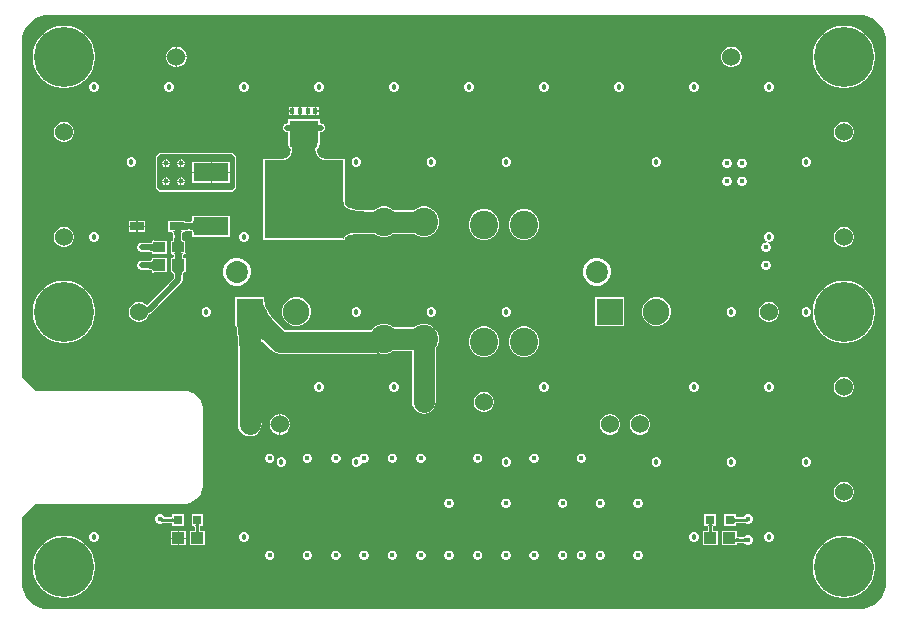
<source format=gtl>
G04*
G04 #@! TF.GenerationSoftware,Altium Limited,Altium Designer,24.0.1 (36)*
G04*
G04 Layer_Physical_Order=1*
G04 Layer_Color=255*
%FSLAX44Y44*%
%MOMM*%
G71*
G04*
G04 #@! TF.SameCoordinates,516FB9ED-FB34-4965-85CA-DC03E0874189*
G04*
G04*
G04 #@! TF.FilePolarity,Positive*
G04*
G01*
G75*
%ADD10C,0.2540*%
%ADD14R,0.8000X0.8000*%
%ADD15R,1.0500X1.0000*%
%ADD16R,0.4000X0.3000*%
%ADD17R,0.3800X0.4300*%
%ADD18R,0.3500X0.5000*%
%ADD19R,1.0000X0.9500*%
%ADD20R,1.2100X0.7300*%
%ADD21R,3.0000X1.6000*%
%ADD22R,6.7000X6.7000*%
%ADD41R,2.4500X1.9800*%
%ADD42C,1.7780*%
%ADD43C,0.5080*%
%ADD44C,1.5240*%
%ADD45C,2.4000*%
%ADD46C,2.2400*%
%ADD47R,2.2400X2.2400*%
%ADD48C,1.8600*%
%ADD49C,0.4524*%
%ADD50C,5.0800*%
%ADD51C,0.4572*%
G36*
X347406Y143304D02*
X351739Y141990D01*
X355733Y139855D01*
X359233Y136983D01*
X362105Y133483D01*
X364240Y129489D01*
X365554Y125156D01*
X365989Y120747D01*
X365969Y120650D01*
Y-336550D01*
X365989Y-336647D01*
X365554Y-341056D01*
X364240Y-345389D01*
X362105Y-349383D01*
X359233Y-352883D01*
X355733Y-355756D01*
X351739Y-357890D01*
X347406Y-359204D01*
X342998Y-359639D01*
X342900Y-359619D01*
X-342900D01*
X-342998Y-359639D01*
X-347406Y-359204D01*
X-351739Y-357890D01*
X-355733Y-355756D01*
X-359233Y-352883D01*
X-362105Y-349383D01*
X-364240Y-345389D01*
X-365554Y-341056D01*
X-365989Y-336647D01*
X-365969Y-336550D01*
Y-281408D01*
X-354260Y-270313D01*
X-228600D01*
X-228595Y-270312D01*
X-228589Y-270313D01*
X-228575Y-270313D01*
X-228568Y-270312D01*
X-228561Y-270313D01*
X-227181Y-270297D01*
X-226985Y-270256D01*
X-226786Y-270254D01*
X-224083Y-269687D01*
X-223900Y-269609D01*
X-223705Y-269568D01*
X-221163Y-268489D01*
X-220998Y-268377D01*
X-220814Y-268299D01*
X-218530Y-266749D01*
X-218390Y-266607D01*
X-218225Y-266495D01*
X-216283Y-264531D01*
X-216173Y-264364D01*
X-216033Y-264223D01*
X-214509Y-261920D01*
X-214433Y-261735D01*
X-214323Y-261569D01*
X-213274Y-259015D01*
X-213236Y-258819D01*
X-213160Y-258635D01*
X-212625Y-255926D01*
X-212625Y-255726D01*
X-212586Y-255531D01*
Y-254150D01*
X-212587Y-254144D01*
X-212586Y-254138D01*
X-212587Y-253993D01*
Y-190500D01*
X-212588Y-190493D01*
X-212587Y-190486D01*
X-212587Y-190471D01*
X-212588Y-190466D01*
X-212587Y-190460D01*
X-212603Y-189099D01*
X-212645Y-188903D01*
X-212647Y-188702D01*
X-213210Y-186039D01*
X-213289Y-185854D01*
X-213331Y-185658D01*
X-214402Y-183155D01*
X-214515Y-182990D01*
X-214594Y-182805D01*
X-216133Y-180560D01*
X-216277Y-180420D01*
X-216390Y-180254D01*
X-218337Y-178351D01*
X-218506Y-178242D01*
X-218649Y-178102D01*
X-220930Y-176616D01*
X-221117Y-176541D01*
X-221285Y-176431D01*
X-223811Y-175418D01*
X-224009Y-175382D01*
X-224195Y-175307D01*
X-226871Y-174806D01*
X-227072Y-174809D01*
X-227269Y-174772D01*
X-228619Y-174787D01*
X-353928D01*
X-365953Y-162762D01*
X-365969Y-162745D01*
Y120650D01*
X-365989Y120747D01*
X-365554Y125156D01*
X-364240Y129489D01*
X-362105Y133483D01*
X-359233Y136983D01*
X-355733Y139855D01*
X-351739Y141990D01*
X-347406Y143304D01*
X-342998Y143739D01*
X-342900Y143719D01*
X342900D01*
X342998Y143739D01*
X347406Y143304D01*
D02*
G37*
%LPC*%
G36*
X-233813Y116586D02*
X-234442D01*
Y108458D01*
X-226314D01*
Y109087D01*
X-226903Y111283D01*
X-228039Y113253D01*
X-229647Y114860D01*
X-231617Y115997D01*
X-233813Y116586D01*
D02*
G37*
G36*
X-235458D02*
X-236087D01*
X-238283Y115997D01*
X-240253Y114860D01*
X-241861Y113253D01*
X-242997Y111283D01*
X-243586Y109087D01*
Y108458D01*
X-235458D01*
Y116586D01*
D02*
G37*
G36*
X236087D02*
X233813D01*
X231617Y115997D01*
X229647Y114860D01*
X228039Y113253D01*
X226903Y111283D01*
X226314Y109087D01*
Y106813D01*
X226903Y104617D01*
X228039Y102647D01*
X229647Y101039D01*
X231617Y99902D01*
X233813Y99314D01*
X236087D01*
X238283Y99902D01*
X240253Y101039D01*
X241861Y102647D01*
X242997Y104617D01*
X243586Y106813D01*
Y109087D01*
X242997Y111283D01*
X241861Y113253D01*
X240253Y114860D01*
X238283Y115997D01*
X236087Y116586D01*
D02*
G37*
G36*
X-226314Y107442D02*
X-234442D01*
Y99314D01*
X-233813D01*
X-231617Y99902D01*
X-229647Y101039D01*
X-228039Y102647D01*
X-226903Y104617D01*
X-226314Y106813D01*
Y107442D01*
D02*
G37*
G36*
X-235458D02*
X-243586D01*
Y106813D01*
X-242997Y104617D01*
X-241861Y102647D01*
X-240253Y101039D01*
X-238283Y99902D01*
X-236087Y99314D01*
X-235458D01*
Y107442D01*
D02*
G37*
G36*
X332279Y134366D02*
X328121D01*
X324014Y133716D01*
X320060Y132431D01*
X316355Y130543D01*
X312991Y128099D01*
X310051Y125159D01*
X307607Y121795D01*
X305719Y118090D01*
X304434Y114136D01*
X303784Y110029D01*
Y105871D01*
X304434Y101764D01*
X305719Y97810D01*
X307607Y94105D01*
X310051Y90741D01*
X312991Y87801D01*
X316355Y85357D01*
X320060Y83469D01*
X324014Y82184D01*
X328121Y81534D01*
X332279D01*
X336386Y82184D01*
X340340Y83469D01*
X344045Y85357D01*
X347409Y87801D01*
X350349Y90741D01*
X352793Y94105D01*
X354681Y97810D01*
X355966Y101764D01*
X356616Y105871D01*
Y110029D01*
X355966Y114136D01*
X354681Y118090D01*
X352793Y121795D01*
X350349Y125159D01*
X347409Y128099D01*
X344045Y130543D01*
X340340Y132431D01*
X336386Y133716D01*
X332279Y134366D01*
D02*
G37*
G36*
X-328121D02*
X-332279D01*
X-336386Y133716D01*
X-340340Y132431D01*
X-344045Y130543D01*
X-347409Y128099D01*
X-350349Y125159D01*
X-352793Y121795D01*
X-354681Y118090D01*
X-355966Y114136D01*
X-356616Y110029D01*
Y105871D01*
X-355966Y101764D01*
X-354681Y97810D01*
X-352793Y94105D01*
X-350349Y90741D01*
X-347409Y87801D01*
X-344045Y85357D01*
X-340340Y83469D01*
X-336386Y82184D01*
X-332279Y81534D01*
X-328121D01*
X-324014Y82184D01*
X-320060Y83469D01*
X-316355Y85357D01*
X-312991Y87801D01*
X-310051Y90741D01*
X-307607Y94105D01*
X-305719Y97810D01*
X-304434Y101764D01*
X-303784Y105871D01*
Y110029D01*
X-304434Y114136D01*
X-305719Y118090D01*
X-307607Y121795D01*
X-310051Y125159D01*
X-312991Y128099D01*
X-316355Y130543D01*
X-320060Y132431D01*
X-324014Y133716D01*
X-328121Y134366D01*
D02*
G37*
G36*
X267500Y86574D02*
X265900D01*
X264421Y85961D01*
X263289Y84829D01*
X262676Y83350D01*
Y81750D01*
X263289Y80271D01*
X264421Y79139D01*
X265900Y78526D01*
X267500D01*
X268979Y79139D01*
X270111Y80271D01*
X270724Y81750D01*
Y83350D01*
X270111Y84829D01*
X268979Y85961D01*
X267500Y86574D01*
D02*
G37*
G36*
X204000D02*
X202400D01*
X200921Y85961D01*
X199789Y84829D01*
X199176Y83350D01*
Y81750D01*
X199789Y80271D01*
X200921Y79139D01*
X202400Y78526D01*
X204000D01*
X205479Y79139D01*
X206611Y80271D01*
X207224Y81750D01*
Y83350D01*
X206611Y84829D01*
X205479Y85961D01*
X204000Y86574D01*
D02*
G37*
G36*
X140500D02*
X138900D01*
X137421Y85961D01*
X136289Y84829D01*
X135676Y83350D01*
Y81750D01*
X136289Y80271D01*
X137421Y79139D01*
X138900Y78526D01*
X140500D01*
X141979Y79139D01*
X143111Y80271D01*
X143724Y81750D01*
Y83350D01*
X143111Y84829D01*
X141979Y85961D01*
X140500Y86574D01*
D02*
G37*
G36*
X77000D02*
X75400D01*
X73921Y85961D01*
X72789Y84829D01*
X72176Y83350D01*
Y81750D01*
X72789Y80271D01*
X73921Y79139D01*
X75400Y78526D01*
X77000D01*
X78479Y79139D01*
X79611Y80271D01*
X80224Y81750D01*
Y83350D01*
X79611Y84829D01*
X78479Y85961D01*
X77000Y86574D01*
D02*
G37*
G36*
X13500D02*
X11900D01*
X10421Y85961D01*
X9289Y84829D01*
X8676Y83350D01*
Y81750D01*
X9289Y80271D01*
X10421Y79139D01*
X11900Y78526D01*
X13500D01*
X14979Y79139D01*
X16111Y80271D01*
X16724Y81750D01*
Y83350D01*
X16111Y84829D01*
X14979Y85961D01*
X13500Y86574D01*
D02*
G37*
G36*
X-50000D02*
X-51600D01*
X-53079Y85961D01*
X-54211Y84829D01*
X-54824Y83350D01*
Y81750D01*
X-54211Y80271D01*
X-53079Y79139D01*
X-51600Y78526D01*
X-50000D01*
X-48521Y79139D01*
X-47389Y80271D01*
X-46776Y81750D01*
Y83350D01*
X-47389Y84829D01*
X-48521Y85961D01*
X-50000Y86574D01*
D02*
G37*
G36*
X-113500D02*
X-115100D01*
X-116579Y85961D01*
X-117711Y84829D01*
X-118324Y83350D01*
Y81750D01*
X-117711Y80271D01*
X-116579Y79139D01*
X-115100Y78526D01*
X-113500D01*
X-112021Y79139D01*
X-110889Y80271D01*
X-110276Y81750D01*
Y83350D01*
X-110889Y84829D01*
X-112021Y85961D01*
X-113500Y86574D01*
D02*
G37*
G36*
X-177000D02*
X-178600D01*
X-180079Y85961D01*
X-181211Y84829D01*
X-181824Y83350D01*
Y81750D01*
X-181211Y80271D01*
X-180079Y79139D01*
X-178600Y78526D01*
X-177000D01*
X-175521Y79139D01*
X-174389Y80271D01*
X-173776Y81750D01*
Y83350D01*
X-174389Y84829D01*
X-175521Y85961D01*
X-177000Y86574D01*
D02*
G37*
G36*
X-240500D02*
X-242100D01*
X-243579Y85961D01*
X-244711Y84829D01*
X-245324Y83350D01*
Y81750D01*
X-244711Y80271D01*
X-243579Y79139D01*
X-242100Y78526D01*
X-240500D01*
X-239021Y79139D01*
X-237889Y80271D01*
X-237276Y81750D01*
Y83350D01*
X-237889Y84829D01*
X-239021Y85961D01*
X-240500Y86574D01*
D02*
G37*
G36*
X-304000D02*
X-305600D01*
X-307079Y85961D01*
X-308211Y84829D01*
X-308824Y83350D01*
Y81750D01*
X-308211Y80271D01*
X-307079Y79139D01*
X-305600Y78526D01*
X-304000D01*
X-302521Y79139D01*
X-301389Y80271D01*
X-300776Y81750D01*
Y83350D01*
X-301389Y84829D01*
X-302521Y85961D01*
X-304000Y86574D01*
D02*
G37*
G36*
X-127484Y65566D02*
X-127786Y65566D01*
X-129742D01*
Y62050D01*
Y58534D01*
X-127786D01*
X-126516Y58534D01*
X-126214Y58534D01*
X-124258D01*
Y62050D01*
Y65566D01*
X-126214D01*
X-127484Y65566D01*
D02*
G37*
G36*
X-120016D02*
X-121286Y65566D01*
X-123242D01*
Y62050D01*
Y58534D01*
X-121286D01*
X-120984Y58534D01*
X-119714Y58534D01*
X-117758D01*
Y62050D01*
Y65566D01*
X-119714D01*
X-120016Y65566D01*
D02*
G37*
G36*
X-116742Y65566D02*
Y62558D01*
X-114484D01*
Y65566D01*
X-116742D01*
D02*
G37*
G36*
X-137258Y65566D02*
X-139516D01*
Y62558D01*
X-137258D01*
Y65566D01*
D02*
G37*
G36*
X-114484Y61542D02*
X-116742D01*
Y58534D01*
X-114484D01*
Y61542D01*
D02*
G37*
G36*
X-133016Y65566D02*
X-134286Y65566D01*
X-136242D01*
Y62050D01*
Y58534D01*
X-134286D01*
X-133984Y58534D01*
X-132714Y58534D01*
X-130758D01*
Y62050D01*
Y65566D01*
X-132714D01*
X-133016Y65566D01*
D02*
G37*
G36*
X-137258Y61542D02*
X-139516D01*
Y58534D01*
X-137258D01*
Y61542D01*
D02*
G37*
G36*
X331337Y53086D02*
X329063D01*
X326867Y52498D01*
X324897Y51361D01*
X323289Y49753D01*
X322152Y47783D01*
X321564Y45587D01*
Y43313D01*
X322152Y41117D01*
X323289Y39147D01*
X324897Y37540D01*
X326867Y36402D01*
X329063Y35814D01*
X331337D01*
X333533Y36402D01*
X335503Y37540D01*
X337110Y39147D01*
X338247Y41117D01*
X338836Y43313D01*
Y45587D01*
X338247Y47783D01*
X337110Y49753D01*
X335503Y51361D01*
X333533Y52498D01*
X331337Y53086D01*
D02*
G37*
G36*
X-329063D02*
X-331337D01*
X-333533Y52498D01*
X-335503Y51361D01*
X-337110Y49753D01*
X-338247Y47783D01*
X-338836Y45587D01*
Y43313D01*
X-338247Y41117D01*
X-337110Y39147D01*
X-335503Y37540D01*
X-333533Y36402D01*
X-331337Y35814D01*
X-329063D01*
X-326867Y36402D01*
X-324897Y37540D01*
X-323289Y39147D01*
X-322152Y41117D01*
X-321564Y43313D01*
Y45587D01*
X-322152Y47783D01*
X-323289Y49753D01*
X-324897Y51361D01*
X-326867Y52498D01*
X-329063Y53086D01*
D02*
G37*
G36*
X299250Y23074D02*
X297650D01*
X296171Y22461D01*
X295039Y21329D01*
X294426Y19850D01*
Y18250D01*
X295039Y16771D01*
X296171Y15639D01*
X297650Y15026D01*
X299250D01*
X300729Y15639D01*
X301861Y16771D01*
X302474Y18250D01*
Y19850D01*
X301861Y21329D01*
X300729Y22461D01*
X299250Y23074D01*
D02*
G37*
G36*
X172250D02*
X170650D01*
X169171Y22461D01*
X168039Y21329D01*
X167426Y19850D01*
Y18250D01*
X168039Y16771D01*
X169171Y15639D01*
X170650Y15026D01*
X172250D01*
X173729Y15639D01*
X174861Y16771D01*
X175474Y18250D01*
Y19850D01*
X174861Y21329D01*
X173729Y22461D01*
X172250Y23074D01*
D02*
G37*
G36*
X45250D02*
X43650D01*
X42171Y22461D01*
X41039Y21329D01*
X40426Y19850D01*
Y18250D01*
X41039Y16771D01*
X42171Y15639D01*
X43650Y15026D01*
X45250D01*
X46729Y15639D01*
X47861Y16771D01*
X48474Y18250D01*
Y19850D01*
X47861Y21329D01*
X46729Y22461D01*
X45250Y23074D01*
D02*
G37*
G36*
X-18250D02*
X-19850D01*
X-21329Y22461D01*
X-22461Y21329D01*
X-23074Y19850D01*
Y18250D01*
X-22461Y16771D01*
X-21329Y15639D01*
X-19850Y15026D01*
X-18250D01*
X-16771Y15639D01*
X-15639Y16771D01*
X-15026Y18250D01*
Y19850D01*
X-15639Y21329D01*
X-16771Y22461D01*
X-18250Y23074D01*
D02*
G37*
G36*
X-81750D02*
X-83350D01*
X-84829Y22461D01*
X-85961Y21329D01*
X-86574Y19850D01*
Y18250D01*
X-85961Y16771D01*
X-84829Y15639D01*
X-83350Y15026D01*
X-81750D01*
X-80271Y15639D01*
X-79139Y16771D01*
X-78526Y18250D01*
Y19850D01*
X-79139Y21329D01*
X-80271Y22461D01*
X-81750Y23074D01*
D02*
G37*
G36*
X-272250D02*
X-273850D01*
X-275329Y22461D01*
X-276461Y21329D01*
X-277074Y19850D01*
Y18250D01*
X-276461Y16771D01*
X-275329Y15639D01*
X-273850Y15026D01*
X-272250D01*
X-270771Y15639D01*
X-269639Y16771D01*
X-269026Y18250D01*
Y19850D01*
X-269639Y21329D01*
X-270771Y22461D01*
X-272250Y23074D01*
D02*
G37*
G36*
X244636Y21780D02*
X243044D01*
X241574Y21171D01*
X240449Y20046D01*
X239840Y18576D01*
Y16984D01*
X240449Y15514D01*
X241574Y14389D01*
X243044Y13780D01*
X244636D01*
X246106Y14389D01*
X247231Y15514D01*
X247840Y16984D01*
Y18576D01*
X247231Y20046D01*
X246106Y21171D01*
X244636Y21780D01*
D02*
G37*
G36*
X231936D02*
X230344D01*
X228874Y21171D01*
X227749Y20046D01*
X227140Y18576D01*
Y16984D01*
X227749Y15514D01*
X228874Y14389D01*
X230344Y13780D01*
X231936D01*
X233406Y14389D01*
X234531Y15514D01*
X235140Y16984D01*
Y18576D01*
X234531Y20046D01*
X233406Y21171D01*
X231936Y21780D01*
D02*
G37*
G36*
X244636Y6540D02*
X243044D01*
X241574Y5931D01*
X240449Y4806D01*
X239840Y3336D01*
Y1744D01*
X240449Y274D01*
X241574Y-851D01*
X243044Y-1460D01*
X244636D01*
X246106Y-851D01*
X247231Y274D01*
X247840Y1744D01*
Y3336D01*
X247231Y4806D01*
X246106Y5931D01*
X244636Y6540D01*
D02*
G37*
G36*
X231936D02*
X230344D01*
X228874Y5931D01*
X227749Y4806D01*
X227140Y3336D01*
Y1744D01*
X227749Y274D01*
X228874Y-851D01*
X230344Y-1460D01*
X231936D01*
X233406Y-851D01*
X234531Y274D01*
X235140Y1744D01*
Y3336D01*
X234531Y4806D01*
X233406Y5931D01*
X231936Y6540D01*
D02*
G37*
G36*
X-187960Y26500D02*
X-248920D01*
X-249698Y26178D01*
X-252238Y23638D01*
X-252560Y22860D01*
Y-2540D01*
X-252238Y-3318D01*
X-249698Y-5858D01*
X-248920Y-6180D01*
X-187960D01*
X-187182Y-5858D01*
X-184642Y-3318D01*
X-184320Y-2540D01*
Y22860D01*
X-184642Y23638D01*
X-187182Y26178D01*
X-187960Y26500D01*
D02*
G37*
G36*
X-189484Y-26544D02*
X-221516D01*
Y-30334D01*
X-221533Y-30364D01*
X-221570Y-30717D01*
X-221634Y-30896D01*
X-221740Y-31055D01*
X-221922Y-31223D01*
X-222212Y-31399D01*
X-222630Y-31569D01*
X-223176Y-31715D01*
X-223848Y-31827D01*
X-224641Y-31896D01*
X-224713Y-31898D01*
X-226060Y-31827D01*
X-226436Y-31783D01*
X-227594Y-31454D01*
Y-31453D01*
X-227594D01*
Y-30894D01*
X-228640Y-30841D01*
X-228768Y-30894D01*
X-228905Y-30873D01*
X-228933Y-30894D01*
X-241726D01*
Y-40226D01*
X-239262D01*
X-239175Y-40273D01*
X-238821Y-40310D01*
X-238641Y-40374D01*
X-238482Y-40480D01*
X-238315Y-40660D01*
X-238139Y-40948D01*
X-237970Y-41361D01*
X-237824Y-41902D01*
X-237713Y-42570D01*
X-237644Y-43357D01*
X-237628Y-43971D01*
X-237637Y-44463D01*
X-237686Y-45273D01*
X-237766Y-45968D01*
X-237872Y-46542D01*
X-237926Y-46733D01*
X-238751Y-47574D01*
X-238752D01*
Y-47574D01*
X-239316D01*
X-239369Y-48617D01*
X-239342Y-48682D01*
X-239357Y-48787D01*
X-239316Y-48854D01*
Y-57836D01*
X-239316Y-57854D01*
X-239363Y-57939D01*
X-239359Y-58035D01*
X-239369Y-58060D01*
X-239316Y-59106D01*
X-238757D01*
Y-59106D01*
X-238756D01*
X-237596Y-59543D01*
X-237440Y-59810D01*
X-237277Y-60227D01*
X-237136Y-60773D01*
X-237130Y-60814D01*
X-237145Y-60904D01*
X-237291Y-61451D01*
X-237461Y-61868D01*
X-237637Y-62158D01*
X-237805Y-62340D01*
X-237964Y-62446D01*
X-238143Y-62510D01*
X-238496Y-62547D01*
X-238526Y-62564D01*
X-239566D01*
Y-74596D01*
X-238526D01*
X-238496Y-74613D01*
X-238143Y-74650D01*
X-237964Y-74714D01*
X-237805Y-74820D01*
X-237637Y-75002D01*
X-237461Y-75292D01*
X-237291Y-75709D01*
X-237145Y-76256D01*
X-237033Y-76928D01*
X-236964Y-77721D01*
X-236939Y-78658D01*
X-236926Y-78689D01*
Y-79398D01*
X-259908Y-102380D01*
X-260056D01*
X-261397Y-101039D01*
X-263367Y-99902D01*
X-265563Y-99314D01*
X-267837D01*
X-270033Y-99902D01*
X-272003Y-101039D01*
X-273610Y-102647D01*
X-274748Y-104617D01*
X-275336Y-106813D01*
Y-109087D01*
X-274748Y-111283D01*
X-273610Y-113253D01*
X-272003Y-114860D01*
X-270033Y-115997D01*
X-267837Y-116586D01*
X-265563D01*
X-263367Y-115997D01*
X-261397Y-114860D01*
X-259790Y-113253D01*
X-258652Y-111283D01*
X-258199Y-109591D01*
X-257019Y-109356D01*
X-255842Y-108570D01*
X-230736Y-83464D01*
X-229950Y-82288D01*
X-229674Y-80900D01*
X-229674Y-80900D01*
Y-78689D01*
X-229661Y-78658D01*
X-229636Y-77721D01*
X-229567Y-76928D01*
X-229455Y-76256D01*
X-229309Y-75710D01*
X-229139Y-75292D01*
X-228963Y-75002D01*
X-228795Y-74820D01*
X-228636Y-74714D01*
X-228457Y-74650D01*
X-228104Y-74613D01*
X-228074Y-74596D01*
X-227034D01*
Y-62564D01*
X-228074D01*
X-228104Y-62547D01*
X-228457Y-62510D01*
X-228636Y-62446D01*
X-228795Y-62340D01*
X-228963Y-62158D01*
X-229139Y-61868D01*
X-229309Y-61451D01*
X-229455Y-60904D01*
X-229470Y-60814D01*
X-229463Y-60773D01*
X-229323Y-60227D01*
X-229160Y-59810D01*
X-229004Y-59543D01*
X-227844Y-59106D01*
X-227843D01*
Y-59106D01*
X-227284Y-59106D01*
X-227231Y-58060D01*
X-227241Y-58035D01*
X-227237Y-57939D01*
X-227284Y-57854D01*
Y-47574D01*
X-228751D01*
X-228781Y-47558D01*
X-229135Y-47519D01*
X-229314Y-47455D01*
X-229474Y-47347D01*
X-229643Y-47165D01*
X-229819Y-46874D01*
X-229989Y-46456D01*
X-230135Y-45911D01*
X-230247Y-45239D01*
X-230316Y-44447D01*
X-230331Y-43901D01*
X-230316Y-43357D01*
X-230247Y-42570D01*
X-230135Y-41902D01*
X-229990Y-41361D01*
X-229821Y-40948D01*
X-229645Y-40660D01*
X-229478Y-40480D01*
X-229319Y-40374D01*
X-229139Y-40310D01*
X-228785Y-40273D01*
X-228729Y-40243D01*
X-228640Y-40279D01*
X-227594Y-40226D01*
Y-39667D01*
X-227594D01*
Y-39666D01*
X-226442Y-39349D01*
X-224666Y-39223D01*
X-224641Y-39224D01*
X-223848Y-39293D01*
X-223176Y-39405D01*
X-222630Y-39551D01*
X-222212Y-39721D01*
X-221922Y-39897D01*
X-221740Y-40065D01*
X-221634Y-40223D01*
X-221570Y-40403D01*
X-221533Y-40756D01*
X-221516Y-40786D01*
Y-44576D01*
X-189484D01*
Y-26544D01*
D02*
G37*
G36*
X-261194Y-30894D02*
X-267752D01*
Y-35052D01*
X-261194D01*
Y-30894D01*
D02*
G37*
G36*
X-268768D02*
X-275326D01*
Y-35052D01*
X-268768D01*
Y-30894D01*
D02*
G37*
G36*
X-261194Y-36068D02*
X-267752D01*
Y-40226D01*
X-261194D01*
Y-36068D01*
D02*
G37*
G36*
X-268768D02*
X-275326D01*
Y-40226D01*
X-268768D01*
Y-36068D01*
D02*
G37*
G36*
X-113734Y55366D02*
X-140266D01*
Y51676D01*
X-141150D01*
X-142537Y51400D01*
X-142812Y51216D01*
X-144066D01*
Y50086D01*
X-144500Y49437D01*
X-144776Y48050D01*
X-144500Y46663D01*
X-144066Y46013D01*
Y44884D01*
X-142812D01*
X-142537Y44700D01*
X-141150Y44424D01*
X-140266D01*
Y34894D01*
X-140278Y34878D01*
X-140266Y34776D01*
X-140266Y34709D01*
X-140319Y34581D01*
X-140266Y33534D01*
X-139766Y32471D01*
Y30534D01*
X-138611D01*
X-137881Y29289D01*
X-138356Y27523D01*
X-139097Y25713D01*
X-139971Y24282D01*
X-140964Y23213D01*
X-142075Y22472D01*
X-143335Y22027D01*
X-144895Y21863D01*
X-144982Y21816D01*
X-161516D01*
Y-47216D01*
X-93774D01*
X-93714Y-47254D01*
X-93613Y-47235D01*
X-93530Y-47269D01*
X-92484Y-47216D01*
Y-46655D01*
X-92484D01*
Y-46655D01*
X-92301Y-45493D01*
X-91946Y-44868D01*
X-91272Y-44239D01*
X-90212Y-43627D01*
X-88753Y-43073D01*
X-86903Y-42602D01*
X-84685Y-42230D01*
X-79077Y-41794D01*
X-75849Y-41741D01*
X-67816D01*
X-67392Y-42165D01*
X-64424Y-43879D01*
X-61114Y-44766D01*
X-57686D01*
X-54376Y-43879D01*
X-51408Y-42165D01*
X-50984Y-41741D01*
X-33816D01*
X-33392Y-42165D01*
X-30424Y-43879D01*
X-27114Y-44766D01*
X-23686D01*
X-20376Y-43879D01*
X-17408Y-42165D01*
X-14985Y-39742D01*
X-13271Y-36774D01*
X-12384Y-33464D01*
Y-30036D01*
X-13271Y-26726D01*
X-14985Y-23758D01*
X-17408Y-21335D01*
X-20376Y-19621D01*
X-23686Y-18734D01*
X-27114D01*
X-30424Y-19621D01*
X-33392Y-21335D01*
X-33816Y-21758D01*
X-50984D01*
X-51408Y-21335D01*
X-54376Y-19621D01*
X-57686Y-18734D01*
X-61114D01*
X-64424Y-19621D01*
X-67392Y-21335D01*
X-67816Y-21758D01*
X-75803D01*
X-79070Y-21673D01*
X-82021Y-21413D01*
X-84597Y-20984D01*
X-86793Y-20394D01*
X-88607Y-19653D01*
X-90041Y-18778D01*
X-91112Y-17785D01*
X-91855Y-16674D01*
X-92302Y-15414D01*
X-92467Y-13854D01*
X-92484Y-13823D01*
Y21816D01*
X-109018D01*
X-109105Y21863D01*
X-110665Y22027D01*
X-111925Y22472D01*
X-113036Y23213D01*
X-114029Y24282D01*
X-114903Y25713D01*
X-115644Y27523D01*
X-116119Y29289D01*
X-115389Y30534D01*
X-114234D01*
Y33034D01*
X-113734Y33534D01*
X-113681Y34581D01*
X-113734Y34709D01*
X-113734Y34776D01*
X-113722Y34878D01*
X-113734Y34894D01*
Y44424D01*
X-112850D01*
X-111462Y44700D01*
X-111188Y44884D01*
X-109934D01*
Y46013D01*
X-109500Y46663D01*
X-109224Y48050D01*
X-109500Y49437D01*
X-109934Y50086D01*
Y51216D01*
X-111188D01*
X-111462Y51400D01*
X-112850Y51676D01*
X-113734D01*
Y55366D01*
D02*
G37*
G36*
X61114Y-21134D02*
X57686D01*
X54376Y-22021D01*
X51408Y-23735D01*
X48985Y-26158D01*
X47271Y-29126D01*
X46384Y-32436D01*
Y-35864D01*
X47271Y-39174D01*
X48985Y-42142D01*
X51408Y-44565D01*
X54376Y-46279D01*
X57686Y-47166D01*
X61114D01*
X64424Y-46279D01*
X67392Y-44565D01*
X69815Y-42142D01*
X71529Y-39174D01*
X72416Y-35864D01*
Y-32436D01*
X71529Y-29126D01*
X69815Y-26158D01*
X67392Y-23735D01*
X64424Y-22021D01*
X61114Y-21134D01*
D02*
G37*
G36*
X27114D02*
X23686D01*
X20376Y-22021D01*
X17408Y-23735D01*
X14985Y-26158D01*
X13271Y-29126D01*
X12384Y-32436D01*
Y-35864D01*
X13271Y-39174D01*
X14985Y-42142D01*
X17408Y-44565D01*
X20376Y-46279D01*
X23686Y-47166D01*
X27114D01*
X30424Y-46279D01*
X33392Y-44565D01*
X35815Y-42142D01*
X37529Y-39174D01*
X38416Y-35864D01*
Y-32436D01*
X37529Y-29126D01*
X35815Y-26158D01*
X33392Y-23735D01*
X30424Y-22021D01*
X27114Y-21134D01*
D02*
G37*
G36*
X-177000Y-40426D02*
X-178600D01*
X-180079Y-41039D01*
X-181211Y-42171D01*
X-181824Y-43650D01*
Y-45250D01*
X-181211Y-46729D01*
X-180079Y-47861D01*
X-178600Y-48474D01*
X-177000D01*
X-175521Y-47861D01*
X-174389Y-46729D01*
X-173776Y-45250D01*
Y-43650D01*
X-174389Y-42171D01*
X-175521Y-41039D01*
X-177000Y-40426D01*
D02*
G37*
G36*
X-304000D02*
X-305600D01*
X-307079Y-41039D01*
X-308211Y-42171D01*
X-308824Y-43650D01*
Y-45250D01*
X-308211Y-46729D01*
X-307079Y-47861D01*
X-305600Y-48474D01*
X-304000D01*
X-302521Y-47861D01*
X-301389Y-46729D01*
X-300776Y-45250D01*
Y-43650D01*
X-301389Y-42171D01*
X-302521Y-41039D01*
X-304000Y-40426D01*
D02*
G37*
G36*
X-254269Y-47521D02*
X-255316Y-47574D01*
Y-48133D01*
X-255316Y-48133D01*
Y-48134D01*
X-255879Y-49191D01*
X-255979Y-49244D01*
X-256405Y-49394D01*
X-256961Y-49522D01*
X-257640Y-49619D01*
X-258438Y-49679D01*
X-259374Y-49701D01*
X-259405Y-49714D01*
X-262461D01*
X-263364Y-49340D01*
X-264956D01*
X-266426Y-49949D01*
X-267551Y-51074D01*
X-268160Y-52544D01*
Y-54136D01*
X-267551Y-55606D01*
X-266426Y-56731D01*
X-264956Y-57340D01*
X-263364D01*
X-262461Y-56966D01*
X-259405D01*
X-259374Y-56979D01*
X-258438Y-57001D01*
X-257640Y-57061D01*
X-256961Y-57158D01*
X-256405Y-57287D01*
X-255979Y-57436D01*
X-255879Y-57489D01*
X-255316Y-58546D01*
Y-58547D01*
X-255316Y-58547D01*
X-255316Y-59106D01*
X-254269Y-59159D01*
X-254240Y-59147D01*
X-254135Y-59151D01*
X-254056Y-59106D01*
X-243284D01*
Y-47574D01*
X-254046D01*
X-254056Y-47574D01*
X-254135Y-47529D01*
X-254240Y-47533D01*
X-254269Y-47521D01*
D02*
G37*
G36*
X331337Y-35814D02*
X329063D01*
X326867Y-36402D01*
X324897Y-37540D01*
X323289Y-39147D01*
X322152Y-41117D01*
X321564Y-43313D01*
Y-45587D01*
X322152Y-47783D01*
X323289Y-49753D01*
X324897Y-51361D01*
X326867Y-52498D01*
X329063Y-53086D01*
X331337D01*
X333533Y-52498D01*
X335503Y-51361D01*
X337110Y-49753D01*
X338247Y-47783D01*
X338836Y-45587D01*
Y-43313D01*
X338247Y-41117D01*
X337110Y-39147D01*
X335503Y-37540D01*
X333533Y-36402D01*
X331337Y-35814D01*
D02*
G37*
G36*
X-329063D02*
X-331337D01*
X-333533Y-36402D01*
X-335503Y-37540D01*
X-337110Y-39147D01*
X-338247Y-41117D01*
X-338836Y-43313D01*
Y-45587D01*
X-338247Y-47783D01*
X-337110Y-49753D01*
X-335503Y-51361D01*
X-333533Y-52498D01*
X-331337Y-53086D01*
X-329063D01*
X-326867Y-52498D01*
X-324897Y-51361D01*
X-323289Y-49753D01*
X-322152Y-47783D01*
X-321564Y-45587D01*
Y-43313D01*
X-322152Y-41117D01*
X-323289Y-39147D01*
X-324897Y-37540D01*
X-326867Y-36402D01*
X-329063Y-35814D01*
D02*
G37*
G36*
X267500Y-40426D02*
X265900D01*
X264421Y-41039D01*
X263289Y-42171D01*
X262676Y-43650D01*
Y-45250D01*
X263289Y-46729D01*
X264421Y-47861D01*
X264924Y-48070D01*
X264672Y-49340D01*
X263364D01*
X261894Y-49949D01*
X260769Y-51074D01*
X260160Y-52544D01*
Y-54136D01*
X260769Y-55606D01*
X261894Y-56731D01*
X263364Y-57340D01*
X264956D01*
X266426Y-56731D01*
X267551Y-55606D01*
X268160Y-54136D01*
Y-52544D01*
X267551Y-51074D01*
X266426Y-49949D01*
X265931Y-49744D01*
X266184Y-48474D01*
X267500D01*
X268979Y-47861D01*
X270111Y-46729D01*
X270724Y-45250D01*
Y-43650D01*
X270111Y-42171D01*
X268979Y-41039D01*
X267500Y-40426D01*
D02*
G37*
G36*
X-254520Y-62511D02*
X-255566Y-62564D01*
Y-63123D01*
X-255566D01*
Y-63124D01*
X-256003Y-64284D01*
X-256270Y-64440D01*
X-256687Y-64603D01*
X-257233Y-64743D01*
X-257903Y-64850D01*
X-258695Y-64917D01*
X-259627Y-64941D01*
X-259658Y-64954D01*
X-262461D01*
X-263364Y-64580D01*
X-264956D01*
X-266426Y-65189D01*
X-267551Y-66314D01*
X-268160Y-67784D01*
Y-69376D01*
X-267551Y-70846D01*
X-266426Y-71971D01*
X-264956Y-72580D01*
X-263364D01*
X-262461Y-72206D01*
X-259658D01*
X-259627Y-72219D01*
X-258695Y-72243D01*
X-257903Y-72310D01*
X-257233Y-72417D01*
X-256687Y-72557D01*
X-256270Y-72720D01*
X-256003Y-72876D01*
X-255566Y-74036D01*
Y-74037D01*
X-255566D01*
X-255566Y-74596D01*
X-254520Y-74649D01*
X-254494Y-74639D01*
X-254399Y-74643D01*
X-254314Y-74596D01*
X-243034D01*
Y-62564D01*
X-254296D01*
X-254314Y-62564D01*
X-254399Y-62517D01*
X-254494Y-62521D01*
X-254520Y-62511D01*
D02*
G37*
G36*
X264956Y-64580D02*
X263364D01*
X261894Y-65189D01*
X260769Y-66314D01*
X260160Y-67784D01*
Y-69376D01*
X260769Y-70846D01*
X261894Y-71971D01*
X263364Y-72580D01*
X264956D01*
X266426Y-71971D01*
X267551Y-70846D01*
X268160Y-69376D01*
Y-67784D01*
X267551Y-66314D01*
X266426Y-65189D01*
X264956Y-64580D01*
D02*
G37*
G36*
X122604Y-62150D02*
X119496D01*
X116495Y-62954D01*
X113805Y-64508D01*
X111608Y-66705D01*
X110054Y-69395D01*
X109250Y-72396D01*
Y-75504D01*
X110054Y-78505D01*
X111608Y-81195D01*
X113805Y-83392D01*
X116495Y-84946D01*
X119496Y-85750D01*
X122604D01*
X125605Y-84946D01*
X128295Y-83392D01*
X130492Y-81195D01*
X132046Y-78505D01*
X132850Y-75504D01*
Y-72396D01*
X132046Y-69395D01*
X130492Y-66705D01*
X128295Y-64508D01*
X125605Y-62954D01*
X122604Y-62150D01*
D02*
G37*
G36*
X-182197D02*
X-185303D01*
X-188305Y-62954D01*
X-190995Y-64508D01*
X-193192Y-66705D01*
X-194746Y-69395D01*
X-195550Y-72396D01*
Y-75504D01*
X-194746Y-78505D01*
X-193192Y-81195D01*
X-190995Y-83392D01*
X-188305Y-84946D01*
X-185303Y-85750D01*
X-182197D01*
X-179195Y-84946D01*
X-176505Y-83392D01*
X-174308Y-81195D01*
X-172754Y-78505D01*
X-171950Y-75504D01*
Y-72396D01*
X-172754Y-69395D01*
X-174308Y-66705D01*
X-176505Y-64508D01*
X-179195Y-62954D01*
X-182197Y-62150D01*
D02*
G37*
G36*
X-161780Y-95681D02*
X-161792Y-95686D01*
X-161850Y-95683D01*
X-161954Y-95734D01*
X-185166D01*
Y-118896D01*
X-185166Y-118946D01*
X-185217Y-119050D01*
X-185214Y-119108D01*
X-185219Y-119120D01*
X-185166Y-120166D01*
X-184607D01*
Y-120166D01*
X-184606D01*
X-183963Y-121242D01*
X-183751Y-122131D01*
X-182962Y-133563D01*
X-182941Y-136643D01*
Y-202970D01*
X-182601Y-205556D01*
X-181603Y-207966D01*
X-180015Y-210035D01*
X-179785Y-210265D01*
X-177716Y-211853D01*
X-175306Y-212851D01*
X-172720Y-213192D01*
X-170134Y-212851D01*
X-167724Y-211853D01*
X-165655Y-210265D01*
X-164067Y-208196D01*
X-163069Y-205786D01*
X-162729Y-203200D01*
X-162959Y-201453D01*
Y-136643D01*
X-162940Y-133886D01*
X-162151Y-133436D01*
X-161661Y-133369D01*
X-154615Y-140415D01*
X-152546Y-142003D01*
X-150136Y-143001D01*
X-147550Y-143342D01*
X-66198D01*
X-64352Y-143098D01*
X-61114Y-143966D01*
X-57686D01*
X-54376Y-143079D01*
X-51408Y-141365D01*
X-50984Y-140941D01*
X-35391D01*
Y-184150D01*
X-35051Y-186736D01*
X-34053Y-189146D01*
X-32465Y-191215D01*
X-30396Y-192803D01*
X-27986Y-193801D01*
X-25400Y-194142D01*
X-22814Y-193801D01*
X-20404Y-192803D01*
X-18335Y-191215D01*
X-16747Y-189146D01*
X-15749Y-186736D01*
X-15409Y-184150D01*
Y-139366D01*
X-14985Y-138942D01*
X-13271Y-135974D01*
X-12384Y-132664D01*
Y-129236D01*
X-13271Y-125926D01*
X-14985Y-122958D01*
X-17408Y-120535D01*
X-20376Y-118821D01*
X-23686Y-117934D01*
X-27114D01*
X-30424Y-118821D01*
X-33392Y-120535D01*
X-33816Y-120958D01*
X-50984D01*
X-51408Y-120535D01*
X-54376Y-118821D01*
X-57686Y-117934D01*
X-61114D01*
X-64424Y-118821D01*
X-67392Y-120535D01*
X-69815Y-122958D01*
X-70047Y-123358D01*
X-143411D01*
X-148443Y-118327D01*
X-152898Y-113488D01*
X-154739Y-111169D01*
X-156335Y-108906D01*
X-157678Y-106710D01*
X-158769Y-104583D01*
X-159611Y-102526D01*
X-160207Y-100541D01*
X-160561Y-98626D01*
X-160634Y-97486D01*
X-160683Y-96711D01*
X-160734Y-96294D01*
Y-96293D01*
X-160734D01*
X-160734Y-95734D01*
X-161780Y-95681D01*
D02*
G37*
G36*
X299250Y-103926D02*
X297650D01*
X296171Y-104539D01*
X295039Y-105671D01*
X294426Y-107150D01*
Y-108750D01*
X295039Y-110229D01*
X296171Y-111361D01*
X297650Y-111974D01*
X299250D01*
X300729Y-111361D01*
X301861Y-110229D01*
X302474Y-108750D01*
Y-107150D01*
X301861Y-105671D01*
X300729Y-104539D01*
X299250Y-103926D01*
D02*
G37*
G36*
X235750D02*
X234150D01*
X232671Y-104539D01*
X231539Y-105671D01*
X230926Y-107150D01*
Y-108750D01*
X231539Y-110229D01*
X232671Y-111361D01*
X234150Y-111974D01*
X235750D01*
X237229Y-111361D01*
X238361Y-110229D01*
X238974Y-108750D01*
Y-107150D01*
X238361Y-105671D01*
X237229Y-104539D01*
X235750Y-103926D01*
D02*
G37*
G36*
X45250D02*
X43650D01*
X42171Y-104539D01*
X41039Y-105671D01*
X40426Y-107150D01*
Y-108750D01*
X41039Y-110229D01*
X42171Y-111361D01*
X43650Y-111974D01*
X45250D01*
X46729Y-111361D01*
X47861Y-110229D01*
X48474Y-108750D01*
Y-107150D01*
X47861Y-105671D01*
X46729Y-104539D01*
X45250Y-103926D01*
D02*
G37*
G36*
X-18250D02*
X-19850D01*
X-21329Y-104539D01*
X-22461Y-105671D01*
X-23074Y-107150D01*
Y-108750D01*
X-22461Y-110229D01*
X-21329Y-111361D01*
X-19850Y-111974D01*
X-18250D01*
X-16771Y-111361D01*
X-15639Y-110229D01*
X-15026Y-108750D01*
Y-107150D01*
X-15639Y-105671D01*
X-16771Y-104539D01*
X-18250Y-103926D01*
D02*
G37*
G36*
X-81750D02*
X-83350D01*
X-84829Y-104539D01*
X-85961Y-105671D01*
X-86574Y-107150D01*
Y-108750D01*
X-85961Y-110229D01*
X-84829Y-111361D01*
X-83350Y-111974D01*
X-81750D01*
X-80271Y-111361D01*
X-79139Y-110229D01*
X-78526Y-108750D01*
Y-107150D01*
X-79139Y-105671D01*
X-80271Y-104539D01*
X-81750Y-103926D01*
D02*
G37*
G36*
X-208750D02*
X-210350D01*
X-211829Y-104539D01*
X-212961Y-105671D01*
X-213574Y-107150D01*
Y-108750D01*
X-212961Y-110229D01*
X-211829Y-111361D01*
X-210350Y-111974D01*
X-208750D01*
X-207271Y-111361D01*
X-206139Y-110229D01*
X-205526Y-108750D01*
Y-107150D01*
X-206139Y-105671D01*
X-207271Y-104539D01*
X-208750Y-103926D01*
D02*
G37*
G36*
X267837Y-99314D02*
X265563D01*
X263367Y-99902D01*
X261397Y-101039D01*
X259790Y-102647D01*
X258652Y-104617D01*
X258064Y-106813D01*
Y-109087D01*
X258652Y-111283D01*
X259790Y-113253D01*
X261397Y-114860D01*
X263367Y-115997D01*
X265563Y-116586D01*
X267837D01*
X270033Y-115997D01*
X272003Y-114860D01*
X273610Y-113253D01*
X274748Y-111283D01*
X275336Y-109087D01*
Y-106813D01*
X274748Y-104617D01*
X273610Y-102647D01*
X272003Y-101039D01*
X270033Y-99902D01*
X267837Y-99314D01*
D02*
G37*
G36*
X173058Y-95734D02*
X169842D01*
X166735Y-96566D01*
X163949Y-98175D01*
X161675Y-100449D01*
X160067Y-103235D01*
X159234Y-106342D01*
Y-109558D01*
X160067Y-112665D01*
X161675Y-115451D01*
X163949Y-117725D01*
X166735Y-119333D01*
X169842Y-120166D01*
X173058D01*
X176165Y-119333D01*
X178951Y-117725D01*
X181225Y-115451D01*
X182833Y-112665D01*
X183666Y-109558D01*
Y-106342D01*
X182833Y-103235D01*
X181225Y-100449D01*
X178951Y-98175D01*
X176165Y-96566D01*
X173058Y-95734D01*
D02*
G37*
G36*
X144066D02*
X119634D01*
Y-120166D01*
X144066D01*
Y-95734D01*
D02*
G37*
G36*
X-131742D02*
X-134958D01*
X-138065Y-96566D01*
X-140851Y-98175D01*
X-143125Y-100449D01*
X-144733Y-103235D01*
X-145566Y-106342D01*
Y-109558D01*
X-144733Y-112665D01*
X-143125Y-115451D01*
X-140851Y-117725D01*
X-138065Y-119333D01*
X-134958Y-120166D01*
X-131742D01*
X-128635Y-119333D01*
X-125849Y-117725D01*
X-123575Y-115451D01*
X-121966Y-112665D01*
X-121134Y-109558D01*
Y-106342D01*
X-121966Y-103235D01*
X-123575Y-100449D01*
X-125849Y-98175D01*
X-128635Y-96566D01*
X-131742Y-95734D01*
D02*
G37*
G36*
X332279Y-81534D02*
X328121D01*
X324014Y-82184D01*
X320060Y-83469D01*
X316355Y-85357D01*
X312991Y-87801D01*
X310051Y-90741D01*
X307607Y-94105D01*
X305719Y-97810D01*
X304434Y-101764D01*
X303784Y-105871D01*
Y-110029D01*
X304434Y-114136D01*
X305719Y-118090D01*
X307607Y-121795D01*
X310051Y-125159D01*
X312991Y-128099D01*
X316355Y-130543D01*
X320060Y-132431D01*
X324014Y-133716D01*
X328121Y-134366D01*
X332279D01*
X336386Y-133716D01*
X340340Y-132431D01*
X344045Y-130543D01*
X347409Y-128099D01*
X350349Y-125159D01*
X352793Y-121795D01*
X354681Y-118090D01*
X355966Y-114136D01*
X356616Y-110029D01*
Y-105871D01*
X355966Y-101764D01*
X354681Y-97810D01*
X352793Y-94105D01*
X350349Y-90741D01*
X347409Y-87801D01*
X344045Y-85357D01*
X340340Y-83469D01*
X336386Y-82184D01*
X332279Y-81534D01*
D02*
G37*
G36*
X-328121D02*
X-332279D01*
X-336386Y-82184D01*
X-340340Y-83469D01*
X-344045Y-85357D01*
X-347409Y-87801D01*
X-350349Y-90741D01*
X-352793Y-94105D01*
X-354681Y-97810D01*
X-355966Y-101764D01*
X-356616Y-105871D01*
Y-110029D01*
X-355966Y-114136D01*
X-354681Y-118090D01*
X-352793Y-121795D01*
X-350349Y-125159D01*
X-347409Y-128099D01*
X-344045Y-130543D01*
X-340340Y-132431D01*
X-336386Y-133716D01*
X-332279Y-134366D01*
X-328121D01*
X-324014Y-133716D01*
X-320060Y-132431D01*
X-316355Y-130543D01*
X-312991Y-128099D01*
X-310051Y-125159D01*
X-307607Y-121795D01*
X-305719Y-118090D01*
X-304434Y-114136D01*
X-303784Y-110029D01*
Y-105871D01*
X-304434Y-101764D01*
X-305719Y-97810D01*
X-307607Y-94105D01*
X-310051Y-90741D01*
X-312991Y-87801D01*
X-316355Y-85357D01*
X-320060Y-83469D01*
X-324014Y-82184D01*
X-328121Y-81534D01*
D02*
G37*
G36*
X61114Y-120334D02*
X57686D01*
X54376Y-121221D01*
X51408Y-122935D01*
X48985Y-125358D01*
X47271Y-128326D01*
X46384Y-131636D01*
Y-135064D01*
X47271Y-138374D01*
X48985Y-141342D01*
X51408Y-143765D01*
X54376Y-145479D01*
X57686Y-146366D01*
X61114D01*
X64424Y-145479D01*
X67392Y-143765D01*
X69815Y-141342D01*
X71529Y-138374D01*
X72416Y-135064D01*
Y-131636D01*
X71529Y-128326D01*
X69815Y-125358D01*
X67392Y-122935D01*
X64424Y-121221D01*
X61114Y-120334D01*
D02*
G37*
G36*
X27114D02*
X23686D01*
X20376Y-121221D01*
X17408Y-122935D01*
X14985Y-125358D01*
X13271Y-128326D01*
X12384Y-131636D01*
Y-135064D01*
X13271Y-138374D01*
X14985Y-141342D01*
X17408Y-143765D01*
X20376Y-145479D01*
X23686Y-146366D01*
X27114D01*
X30424Y-145479D01*
X33392Y-143765D01*
X35815Y-141342D01*
X37529Y-138374D01*
X38416Y-135064D01*
Y-131636D01*
X37529Y-128326D01*
X35815Y-125358D01*
X33392Y-122935D01*
X30424Y-121221D01*
X27114Y-120334D01*
D02*
G37*
G36*
X267500Y-167426D02*
X265900D01*
X264421Y-168039D01*
X263289Y-169171D01*
X262676Y-170650D01*
Y-172250D01*
X263289Y-173729D01*
X264421Y-174861D01*
X265900Y-175474D01*
X267500D01*
X268979Y-174861D01*
X270111Y-173729D01*
X270724Y-172250D01*
Y-170650D01*
X270111Y-169171D01*
X268979Y-168039D01*
X267500Y-167426D01*
D02*
G37*
G36*
X204000D02*
X202400D01*
X200921Y-168039D01*
X199789Y-169171D01*
X199176Y-170650D01*
Y-172250D01*
X199789Y-173729D01*
X200921Y-174861D01*
X202400Y-175474D01*
X204000D01*
X205479Y-174861D01*
X206611Y-173729D01*
X207224Y-172250D01*
Y-170650D01*
X206611Y-169171D01*
X205479Y-168039D01*
X204000Y-167426D01*
D02*
G37*
G36*
X77000D02*
X75400D01*
X73921Y-168039D01*
X72789Y-169171D01*
X72176Y-170650D01*
Y-172250D01*
X72789Y-173729D01*
X73921Y-174861D01*
X75400Y-175474D01*
X77000D01*
X78479Y-174861D01*
X79611Y-173729D01*
X80224Y-172250D01*
Y-170650D01*
X79611Y-169171D01*
X78479Y-168039D01*
X77000Y-167426D01*
D02*
G37*
G36*
X-50000D02*
X-51600D01*
X-53079Y-168039D01*
X-54211Y-169171D01*
X-54824Y-170650D01*
Y-172250D01*
X-54211Y-173729D01*
X-53079Y-174861D01*
X-51600Y-175474D01*
X-50000D01*
X-48521Y-174861D01*
X-47389Y-173729D01*
X-46776Y-172250D01*
Y-170650D01*
X-47389Y-169171D01*
X-48521Y-168039D01*
X-50000Y-167426D01*
D02*
G37*
G36*
X-113500D02*
X-115100D01*
X-116579Y-168039D01*
X-117711Y-169171D01*
X-118324Y-170650D01*
Y-172250D01*
X-117711Y-173729D01*
X-116579Y-174861D01*
X-115100Y-175474D01*
X-113500D01*
X-112021Y-174861D01*
X-110889Y-173729D01*
X-110276Y-172250D01*
Y-170650D01*
X-110889Y-169171D01*
X-112021Y-168039D01*
X-113500Y-167426D01*
D02*
G37*
G36*
X331337Y-162814D02*
X329063D01*
X326867Y-163403D01*
X324897Y-164540D01*
X323289Y-166147D01*
X322152Y-168117D01*
X321564Y-170313D01*
Y-172587D01*
X322152Y-174783D01*
X323289Y-176753D01*
X324897Y-178361D01*
X326867Y-179498D01*
X329063Y-180086D01*
X331337D01*
X333533Y-179498D01*
X335503Y-178361D01*
X337110Y-176753D01*
X338247Y-174783D01*
X338836Y-172587D01*
Y-170313D01*
X338247Y-168117D01*
X337110Y-166147D01*
X335503Y-164540D01*
X333533Y-163403D01*
X331337Y-162814D01*
D02*
G37*
G36*
X26537Y-175514D02*
X24263D01*
X22067Y-176103D01*
X20097Y-177239D01*
X18490Y-178847D01*
X17352Y-180817D01*
X16764Y-183013D01*
Y-185287D01*
X17352Y-187483D01*
X18490Y-189453D01*
X20097Y-191061D01*
X22067Y-192197D01*
X24263Y-192786D01*
X26537D01*
X28733Y-192197D01*
X30703Y-191061D01*
X32311Y-189453D01*
X33447Y-187483D01*
X34036Y-185287D01*
Y-183013D01*
X33447Y-180817D01*
X32311Y-178847D01*
X30703Y-177239D01*
X28733Y-176103D01*
X26537Y-175514D01*
D02*
G37*
G36*
X-146183Y-194564D02*
X-146812D01*
Y-202692D01*
X-138684D01*
Y-202063D01*
X-139272Y-199867D01*
X-140409Y-197897D01*
X-142017Y-196290D01*
X-143987Y-195152D01*
X-146183Y-194564D01*
D02*
G37*
G36*
X-147828D02*
X-148457D01*
X-150653Y-195152D01*
X-152623Y-196290D01*
X-154230Y-197897D01*
X-155367Y-199867D01*
X-155956Y-202063D01*
Y-202692D01*
X-147828D01*
Y-194564D01*
D02*
G37*
G36*
X158617D02*
X156343D01*
X154147Y-195152D01*
X152177Y-196290D01*
X150569Y-197897D01*
X149432Y-199867D01*
X148844Y-202063D01*
Y-204337D01*
X149432Y-206533D01*
X150569Y-208503D01*
X152177Y-210110D01*
X154147Y-211248D01*
X156343Y-211836D01*
X158617D01*
X160813Y-211248D01*
X162783Y-210110D01*
X164391Y-208503D01*
X165527Y-206533D01*
X166116Y-204337D01*
Y-202063D01*
X165527Y-199867D01*
X164391Y-197897D01*
X162783Y-196290D01*
X160813Y-195152D01*
X158617Y-194564D01*
D02*
G37*
G36*
X133217D02*
X130943D01*
X128747Y-195152D01*
X126777Y-196290D01*
X125169Y-197897D01*
X124032Y-199867D01*
X123444Y-202063D01*
Y-204337D01*
X124032Y-206533D01*
X125169Y-208503D01*
X126777Y-210110D01*
X128747Y-211248D01*
X130943Y-211836D01*
X133217D01*
X135413Y-211248D01*
X137383Y-210110D01*
X138990Y-208503D01*
X140127Y-206533D01*
X140716Y-204337D01*
Y-202063D01*
X140127Y-199867D01*
X138990Y-197897D01*
X137383Y-196290D01*
X135413Y-195152D01*
X133217Y-194564D01*
D02*
G37*
G36*
X-138684Y-203708D02*
X-146812D01*
Y-211836D01*
X-146183D01*
X-143987Y-211248D01*
X-142017Y-210110D01*
X-140409Y-208503D01*
X-139272Y-206533D01*
X-138684Y-204337D01*
Y-203708D01*
D02*
G37*
G36*
X-147828D02*
X-155956D01*
Y-204337D01*
X-155367Y-206533D01*
X-154230Y-208503D01*
X-152623Y-210110D01*
X-150653Y-211248D01*
X-148457Y-211836D01*
X-147828D01*
Y-203708D01*
D02*
G37*
G36*
X-75204Y-228000D02*
X-76796D01*
X-78266Y-228609D01*
X-79391Y-229734D01*
X-79709Y-230501D01*
X-80087Y-231200D01*
X-81242Y-231136D01*
X-81750Y-230926D01*
X-83350D01*
X-84829Y-231539D01*
X-85961Y-232671D01*
X-86574Y-234150D01*
Y-235750D01*
X-85961Y-237229D01*
X-84829Y-238361D01*
X-83350Y-238974D01*
X-81750D01*
X-80271Y-238361D01*
X-79139Y-237229D01*
X-78831Y-236486D01*
X-77407Y-235795D01*
X-77277Y-235801D01*
X-76796Y-236000D01*
X-75204D01*
X-73734Y-235391D01*
X-72609Y-234266D01*
X-72000Y-232796D01*
Y-231204D01*
X-72609Y-229734D01*
X-73734Y-228609D01*
X-75204Y-228000D01*
D02*
G37*
G36*
X108796D02*
X107204D01*
X105734Y-228609D01*
X104609Y-229734D01*
X104000Y-231204D01*
Y-232796D01*
X104609Y-234266D01*
X105734Y-235391D01*
X107204Y-236000D01*
X108796D01*
X110266Y-235391D01*
X111391Y-234266D01*
X112000Y-232796D01*
Y-231204D01*
X111391Y-229734D01*
X110266Y-228609D01*
X108796Y-228000D01*
D02*
G37*
G36*
X68796D02*
X67204D01*
X65734Y-228609D01*
X64609Y-229734D01*
X64000Y-231204D01*
Y-232796D01*
X64609Y-234266D01*
X65734Y-235391D01*
X67204Y-236000D01*
X68796D01*
X70266Y-235391D01*
X71391Y-234266D01*
X72000Y-232796D01*
Y-231204D01*
X71391Y-229734D01*
X70266Y-228609D01*
X68796Y-228000D01*
D02*
G37*
G36*
X20796D02*
X19204D01*
X17734Y-228609D01*
X16609Y-229734D01*
X16000Y-231204D01*
Y-232796D01*
X16609Y-234266D01*
X17734Y-235391D01*
X19204Y-236000D01*
X20796D01*
X22266Y-235391D01*
X23391Y-234266D01*
X24000Y-232796D01*
Y-231204D01*
X23391Y-229734D01*
X22266Y-228609D01*
X20796Y-228000D01*
D02*
G37*
G36*
X-27204D02*
X-28796D01*
X-30266Y-228609D01*
X-31391Y-229734D01*
X-32000Y-231204D01*
Y-232796D01*
X-31391Y-234266D01*
X-30266Y-235391D01*
X-28796Y-236000D01*
X-27204D01*
X-25734Y-235391D01*
X-24609Y-234266D01*
X-24000Y-232796D01*
Y-231204D01*
X-24609Y-229734D01*
X-25734Y-228609D01*
X-27204Y-228000D01*
D02*
G37*
G36*
X-51204D02*
X-52796D01*
X-54266Y-228609D01*
X-55391Y-229734D01*
X-56000Y-231204D01*
Y-232796D01*
X-55391Y-234266D01*
X-54266Y-235391D01*
X-52796Y-236000D01*
X-51204D01*
X-49734Y-235391D01*
X-48609Y-234266D01*
X-48000Y-232796D01*
Y-231204D01*
X-48609Y-229734D01*
X-49734Y-228609D01*
X-51204Y-228000D01*
D02*
G37*
G36*
X-99204D02*
X-100796D01*
X-102266Y-228609D01*
X-103391Y-229734D01*
X-104000Y-231204D01*
Y-232796D01*
X-103391Y-234266D01*
X-102266Y-235391D01*
X-100796Y-236000D01*
X-99204D01*
X-97734Y-235391D01*
X-96609Y-234266D01*
X-96000Y-232796D01*
Y-231204D01*
X-96609Y-229734D01*
X-97734Y-228609D01*
X-99204Y-228000D01*
D02*
G37*
G36*
X-123204D02*
X-124796D01*
X-126266Y-228609D01*
X-127391Y-229734D01*
X-128000Y-231204D01*
Y-232796D01*
X-127391Y-234266D01*
X-126266Y-235391D01*
X-124796Y-236000D01*
X-123204D01*
X-121734Y-235391D01*
X-120609Y-234266D01*
X-120000Y-232796D01*
Y-231204D01*
X-120609Y-229734D01*
X-121734Y-228609D01*
X-123204Y-228000D01*
D02*
G37*
G36*
X-155204D02*
X-156796D01*
X-158266Y-228609D01*
X-159391Y-229734D01*
X-160000Y-231204D01*
Y-232796D01*
X-159391Y-234266D01*
X-158266Y-235391D01*
X-156796Y-236000D01*
X-155204D01*
X-153734Y-235391D01*
X-152609Y-234266D01*
X-152000Y-232796D01*
Y-231204D01*
X-152609Y-229734D01*
X-153734Y-228609D01*
X-155204Y-228000D01*
D02*
G37*
G36*
X299250Y-230926D02*
X297650D01*
X296171Y-231539D01*
X295039Y-232671D01*
X294426Y-234150D01*
Y-235750D01*
X295039Y-237229D01*
X296171Y-238361D01*
X297650Y-238974D01*
X299250D01*
X300729Y-238361D01*
X301861Y-237229D01*
X302474Y-235750D01*
Y-234150D01*
X301861Y-232671D01*
X300729Y-231539D01*
X299250Y-230926D01*
D02*
G37*
G36*
X235750D02*
X234150D01*
X232671Y-231539D01*
X231539Y-232671D01*
X230926Y-234150D01*
Y-235750D01*
X231539Y-237229D01*
X232671Y-238361D01*
X234150Y-238974D01*
X235750D01*
X237229Y-238361D01*
X238361Y-237229D01*
X238974Y-235750D01*
Y-234150D01*
X238361Y-232671D01*
X237229Y-231539D01*
X235750Y-230926D01*
D02*
G37*
G36*
X172250D02*
X170650D01*
X169171Y-231539D01*
X168039Y-232671D01*
X167426Y-234150D01*
Y-235750D01*
X168039Y-237229D01*
X169171Y-238361D01*
X170650Y-238974D01*
X172250D01*
X173729Y-238361D01*
X174861Y-237229D01*
X175474Y-235750D01*
Y-234150D01*
X174861Y-232671D01*
X173729Y-231539D01*
X172250Y-230926D01*
D02*
G37*
G36*
X45250D02*
X43650D01*
X42171Y-231539D01*
X41039Y-232671D01*
X40426Y-234150D01*
Y-235750D01*
X41039Y-237229D01*
X42171Y-238361D01*
X43650Y-238974D01*
X45250D01*
X46729Y-238361D01*
X47861Y-237229D01*
X48474Y-235750D01*
Y-234150D01*
X47861Y-232671D01*
X46729Y-231539D01*
X45250Y-230926D01*
D02*
G37*
G36*
X-145250D02*
X-146850D01*
X-148329Y-231539D01*
X-149461Y-232671D01*
X-150074Y-234150D01*
Y-235750D01*
X-149461Y-237229D01*
X-148329Y-238361D01*
X-146850Y-238974D01*
X-145250D01*
X-143771Y-238361D01*
X-142639Y-237229D01*
X-142026Y-235750D01*
Y-234150D01*
X-142639Y-232671D01*
X-143771Y-231539D01*
X-145250Y-230926D01*
D02*
G37*
G36*
X331337Y-251714D02*
X329063D01*
X326867Y-252302D01*
X324897Y-253440D01*
X323289Y-255047D01*
X322152Y-257017D01*
X321564Y-259213D01*
Y-261487D01*
X322152Y-263683D01*
X323289Y-265653D01*
X324897Y-267260D01*
X326867Y-268398D01*
X329063Y-268986D01*
X331337D01*
X333533Y-268398D01*
X335503Y-267260D01*
X337110Y-265653D01*
X338247Y-263683D01*
X338836Y-261487D01*
Y-259213D01*
X338247Y-257017D01*
X337110Y-255047D01*
X335503Y-253440D01*
X333533Y-252302D01*
X331337Y-251714D01*
D02*
G37*
G36*
X156796Y-266000D02*
X155204D01*
X153734Y-266609D01*
X152609Y-267734D01*
X152000Y-269204D01*
Y-270796D01*
X152609Y-272266D01*
X153734Y-273391D01*
X155204Y-274000D01*
X156796D01*
X158266Y-273391D01*
X159391Y-272266D01*
X160000Y-270796D01*
Y-269204D01*
X159391Y-267734D01*
X158266Y-266609D01*
X156796Y-266000D01*
D02*
G37*
G36*
X124796D02*
X123204D01*
X121734Y-266609D01*
X120609Y-267734D01*
X120000Y-269204D01*
Y-270796D01*
X120609Y-272266D01*
X121734Y-273391D01*
X123204Y-274000D01*
X124796D01*
X126266Y-273391D01*
X127391Y-272266D01*
X128000Y-270796D01*
Y-269204D01*
X127391Y-267734D01*
X126266Y-266609D01*
X124796Y-266000D01*
D02*
G37*
G36*
X92796D02*
X91204D01*
X89734Y-266609D01*
X88609Y-267734D01*
X88000Y-269204D01*
Y-270796D01*
X88609Y-272266D01*
X89734Y-273391D01*
X91204Y-274000D01*
X92796D01*
X94266Y-273391D01*
X95391Y-272266D01*
X96000Y-270796D01*
Y-269204D01*
X95391Y-267734D01*
X94266Y-266609D01*
X92796Y-266000D01*
D02*
G37*
G36*
X44796D02*
X43204D01*
X41734Y-266609D01*
X40609Y-267734D01*
X40000Y-269204D01*
Y-270796D01*
X40609Y-272266D01*
X41734Y-273391D01*
X43204Y-274000D01*
X44796D01*
X46266Y-273391D01*
X47391Y-272266D01*
X48000Y-270796D01*
Y-269204D01*
X47391Y-267734D01*
X46266Y-266609D01*
X44796Y-266000D01*
D02*
G37*
G36*
X-3204D02*
X-4796D01*
X-6266Y-266609D01*
X-7391Y-267734D01*
X-8000Y-269204D01*
Y-270796D01*
X-7391Y-272266D01*
X-6266Y-273391D01*
X-4796Y-274000D01*
X-3204D01*
X-1734Y-273391D01*
X-609Y-272266D01*
X0Y-270796D01*
Y-269204D01*
X-609Y-267734D01*
X-1734Y-266609D01*
X-3204Y-266000D01*
D02*
G37*
G36*
X249716Y-279210D02*
X248124D01*
X246654Y-279819D01*
X245529Y-280944D01*
X245084Y-282019D01*
X240121D01*
X240034Y-281981D01*
X239585Y-281969D01*
X239230Y-281938D01*
X238943Y-281890D01*
X238732Y-281833D01*
X238598Y-281778D01*
X238565Y-281758D01*
X238559Y-281695D01*
X238512Y-281608D01*
Y-279334D01*
X228479D01*
Y-289366D01*
X238512D01*
Y-287092D01*
X238559Y-287005D01*
X238565Y-286942D01*
X238598Y-286922D01*
X238732Y-286867D01*
X238943Y-286810D01*
X239230Y-286763D01*
X239585Y-286731D01*
X240034Y-286719D01*
X240121Y-286681D01*
X245606D01*
X245717Y-286714D01*
X246057Y-286681D01*
X246847D01*
X248124Y-287210D01*
X249716D01*
X251186Y-286601D01*
X252311Y-285476D01*
X252920Y-284006D01*
Y-282414D01*
X252311Y-280944D01*
X251186Y-279819D01*
X249716Y-279210D01*
D02*
G37*
G36*
X-248124D02*
X-249716D01*
X-251186Y-279819D01*
X-252311Y-280944D01*
X-252920Y-282414D01*
Y-284006D01*
X-252311Y-285476D01*
X-251186Y-286601D01*
X-249716Y-287210D01*
X-248124D01*
X-246676Y-286610D01*
X-246110D01*
X-245655Y-286646D01*
X-245546Y-286610D01*
X-240242D01*
X-240156Y-286649D01*
X-239707Y-286660D01*
X-239352Y-286692D01*
X-239065Y-286740D01*
X-238854Y-286796D01*
X-238720Y-286851D01*
X-238687Y-286871D01*
X-238680Y-286934D01*
X-238633Y-287021D01*
Y-289295D01*
X-228601D01*
Y-279263D01*
X-238633D01*
Y-281537D01*
X-238680Y-281624D01*
X-238687Y-281687D01*
X-238720Y-281707D01*
X-238854Y-281762D01*
X-239065Y-281819D01*
X-239352Y-281867D01*
X-239707Y-281898D01*
X-240156Y-281910D01*
X-240242Y-281949D01*
X-245113D01*
X-245529Y-280944D01*
X-246654Y-279819D01*
X-248124Y-279210D01*
D02*
G37*
G36*
X-227101Y-293503D02*
X-232859D01*
Y-299011D01*
X-227101D01*
Y-293503D01*
D02*
G37*
G36*
X-233875D02*
X-239633D01*
Y-299011D01*
X-233875D01*
Y-293503D01*
D02*
G37*
G36*
X267500Y-294426D02*
X265900D01*
X264421Y-295039D01*
X263289Y-296171D01*
X262676Y-297650D01*
Y-299250D01*
X263289Y-300729D01*
X264421Y-301861D01*
X265900Y-302474D01*
X267500D01*
X268979Y-301861D01*
X270111Y-300729D01*
X270724Y-299250D01*
Y-297650D01*
X270111Y-296171D01*
X268979Y-295039D01*
X267500Y-294426D01*
D02*
G37*
G36*
X204000D02*
X202400D01*
X200921Y-295039D01*
X199789Y-296171D01*
X199176Y-297650D01*
Y-299250D01*
X199789Y-300729D01*
X200921Y-301861D01*
X202400Y-302474D01*
X204000D01*
X205479Y-301861D01*
X206611Y-300729D01*
X207224Y-299250D01*
Y-297650D01*
X206611Y-296171D01*
X205479Y-295039D01*
X204000Y-294426D01*
D02*
G37*
G36*
X-177000D02*
X-178600D01*
X-180079Y-295039D01*
X-181211Y-296171D01*
X-181824Y-297650D01*
Y-299250D01*
X-181211Y-300729D01*
X-180079Y-301861D01*
X-178600Y-302474D01*
X-177000D01*
X-175521Y-301861D01*
X-174389Y-300729D01*
X-173776Y-299250D01*
Y-297650D01*
X-174389Y-296171D01*
X-175521Y-295039D01*
X-177000Y-294426D01*
D02*
G37*
G36*
X-304000D02*
X-305600D01*
X-307079Y-295039D01*
X-308211Y-296171D01*
X-308824Y-297650D01*
Y-299250D01*
X-308211Y-300729D01*
X-307079Y-301861D01*
X-305600Y-302474D01*
X-304000D01*
X-302521Y-301861D01*
X-301389Y-300729D01*
X-300776Y-299250D01*
Y-297650D01*
X-301389Y-296171D01*
X-302521Y-295039D01*
X-304000Y-294426D01*
D02*
G37*
G36*
X239512Y-293574D02*
X226980D01*
Y-305606D01*
X239512D01*
Y-303677D01*
X239528Y-303647D01*
X239534Y-303586D01*
X239571Y-303564D01*
X239709Y-303508D01*
X239925Y-303451D01*
X240217Y-303403D01*
X240579Y-303371D01*
X241034Y-303359D01*
X241120Y-303321D01*
X245587D01*
X245599Y-303326D01*
X246654Y-304381D01*
X248124Y-304990D01*
X249716D01*
X251186Y-304381D01*
X252311Y-303256D01*
X252920Y-301786D01*
Y-300194D01*
X252311Y-298724D01*
X251186Y-297599D01*
X249716Y-296990D01*
X248124D01*
X246654Y-297599D01*
X245599Y-298654D01*
X245587Y-298659D01*
X241120D01*
X241034Y-298621D01*
X240579Y-298609D01*
X240217Y-298577D01*
X239925Y-298529D01*
X239709Y-298472D01*
X239571Y-298416D01*
X239534Y-298394D01*
X239528Y-298333D01*
X239512Y-298303D01*
Y-293574D01*
D02*
G37*
G36*
X-212101Y-279263D02*
X-222133D01*
Y-289295D01*
X-219804D01*
X-219774Y-289312D01*
X-219713Y-289318D01*
X-219692Y-289354D01*
X-219636Y-289492D01*
X-219578Y-289709D01*
X-219530Y-290001D01*
X-219499Y-290362D01*
X-219487Y-290817D01*
X-219448Y-290904D01*
Y-291894D01*
X-219487Y-291981D01*
X-219499Y-292436D01*
X-219530Y-292798D01*
X-219578Y-293089D01*
X-219636Y-293306D01*
X-219692Y-293444D01*
X-219713Y-293480D01*
X-219774Y-293487D01*
X-219804Y-293503D01*
X-223633D01*
Y-305535D01*
X-211101D01*
Y-293503D01*
X-214430D01*
X-214461Y-293487D01*
X-214521Y-293480D01*
X-214543Y-293444D01*
X-214599Y-293306D01*
X-214657Y-293089D01*
X-214705Y-292798D01*
X-214736Y-292436D01*
X-214748Y-291981D01*
X-214786Y-291894D01*
Y-290904D01*
X-214748Y-290817D01*
X-214736Y-290362D01*
X-214705Y-290001D01*
X-214657Y-289709D01*
X-214599Y-289492D01*
X-214543Y-289354D01*
X-214521Y-289318D01*
X-214461Y-289312D01*
X-214430Y-289295D01*
X-212101D01*
Y-279263D01*
D02*
G37*
G36*
X-227101Y-300027D02*
X-232859D01*
Y-305535D01*
X-227101D01*
Y-300027D01*
D02*
G37*
G36*
X-233875D02*
X-239633D01*
Y-305535D01*
X-233875D01*
Y-300027D01*
D02*
G37*
G36*
X222012Y-279334D02*
X211980D01*
Y-289366D01*
X214559D01*
X214589Y-289383D01*
X214650Y-289389D01*
X214671Y-289425D01*
X214727Y-289563D01*
X214785Y-289780D01*
X214833Y-290072D01*
X214864Y-290433D01*
X214876Y-290888D01*
X214915Y-290975D01*
Y-291965D01*
X214876Y-292052D01*
X214864Y-292507D01*
X214833Y-292868D01*
X214785Y-293160D01*
X214727Y-293377D01*
X214671Y-293515D01*
X214650Y-293551D01*
X214589Y-293557D01*
X214559Y-293574D01*
X210979D01*
Y-305606D01*
X223512D01*
Y-293574D01*
X219932D01*
X219902Y-293557D01*
X219841Y-293551D01*
X219820Y-293515D01*
X219764Y-293377D01*
X219706Y-293160D01*
X219658Y-292868D01*
X219627Y-292507D01*
X219615Y-292052D01*
X219576Y-291965D01*
Y-290975D01*
X219615Y-290888D01*
X219627Y-290433D01*
X219658Y-290072D01*
X219706Y-289780D01*
X219764Y-289563D01*
X219820Y-289425D01*
X219841Y-289389D01*
X219902Y-289383D01*
X219932Y-289366D01*
X222012D01*
Y-279334D01*
D02*
G37*
G36*
X156796Y-310000D02*
X155204D01*
X153734Y-310609D01*
X152609Y-311734D01*
X152000Y-313204D01*
Y-314796D01*
X152609Y-316266D01*
X153734Y-317391D01*
X155204Y-318000D01*
X156796D01*
X158266Y-317391D01*
X159391Y-316266D01*
X160000Y-314796D01*
Y-313204D01*
X159391Y-311734D01*
X158266Y-310609D01*
X156796Y-310000D01*
D02*
G37*
G36*
X124796D02*
X123204D01*
X121734Y-310609D01*
X120609Y-311734D01*
X120000Y-313204D01*
Y-314796D01*
X120609Y-316266D01*
X121734Y-317391D01*
X123204Y-318000D01*
X124796D01*
X126266Y-317391D01*
X127391Y-316266D01*
X128000Y-314796D01*
Y-313204D01*
X127391Y-311734D01*
X126266Y-310609D01*
X124796Y-310000D01*
D02*
G37*
G36*
X108796D02*
X107204D01*
X105734Y-310609D01*
X104609Y-311734D01*
X104000Y-313204D01*
Y-314796D01*
X104609Y-316266D01*
X105734Y-317391D01*
X107204Y-318000D01*
X108796D01*
X110266Y-317391D01*
X111391Y-316266D01*
X112000Y-314796D01*
Y-313204D01*
X111391Y-311734D01*
X110266Y-310609D01*
X108796Y-310000D01*
D02*
G37*
G36*
X92796D02*
X91204D01*
X89734Y-310609D01*
X88609Y-311734D01*
X88000Y-313204D01*
Y-314796D01*
X88609Y-316266D01*
X89734Y-317391D01*
X91204Y-318000D01*
X92796D01*
X94266Y-317391D01*
X95391Y-316266D01*
X96000Y-314796D01*
Y-313204D01*
X95391Y-311734D01*
X94266Y-310609D01*
X92796Y-310000D01*
D02*
G37*
G36*
X68796D02*
X67204D01*
X65734Y-310609D01*
X64609Y-311734D01*
X64000Y-313204D01*
Y-314796D01*
X64609Y-316266D01*
X65734Y-317391D01*
X67204Y-318000D01*
X68796D01*
X70266Y-317391D01*
X71391Y-316266D01*
X72000Y-314796D01*
Y-313204D01*
X71391Y-311734D01*
X70266Y-310609D01*
X68796Y-310000D01*
D02*
G37*
G36*
X44796D02*
X43204D01*
X41734Y-310609D01*
X40609Y-311734D01*
X40000Y-313204D01*
Y-314796D01*
X40609Y-316266D01*
X41734Y-317391D01*
X43204Y-318000D01*
X44796D01*
X46266Y-317391D01*
X47391Y-316266D01*
X48000Y-314796D01*
Y-313204D01*
X47391Y-311734D01*
X46266Y-310609D01*
X44796Y-310000D01*
D02*
G37*
G36*
X20796D02*
X19204D01*
X17734Y-310609D01*
X16609Y-311734D01*
X16000Y-313204D01*
Y-314796D01*
X16609Y-316266D01*
X17734Y-317391D01*
X19204Y-318000D01*
X20796D01*
X22266Y-317391D01*
X23391Y-316266D01*
X24000Y-314796D01*
Y-313204D01*
X23391Y-311734D01*
X22266Y-310609D01*
X20796Y-310000D01*
D02*
G37*
G36*
X-3204D02*
X-4796D01*
X-6266Y-310609D01*
X-7391Y-311734D01*
X-8000Y-313204D01*
Y-314796D01*
X-7391Y-316266D01*
X-6266Y-317391D01*
X-4796Y-318000D01*
X-3204D01*
X-1734Y-317391D01*
X-609Y-316266D01*
X0Y-314796D01*
Y-313204D01*
X-609Y-311734D01*
X-1734Y-310609D01*
X-3204Y-310000D01*
D02*
G37*
G36*
X-27204D02*
X-28796D01*
X-30266Y-310609D01*
X-31391Y-311734D01*
X-32000Y-313204D01*
Y-314796D01*
X-31391Y-316266D01*
X-30266Y-317391D01*
X-28796Y-318000D01*
X-27204D01*
X-25734Y-317391D01*
X-24609Y-316266D01*
X-24000Y-314796D01*
Y-313204D01*
X-24609Y-311734D01*
X-25734Y-310609D01*
X-27204Y-310000D01*
D02*
G37*
G36*
X-51204D02*
X-52796D01*
X-54266Y-310609D01*
X-55391Y-311734D01*
X-56000Y-313204D01*
Y-314796D01*
X-55391Y-316266D01*
X-54266Y-317391D01*
X-52796Y-318000D01*
X-51204D01*
X-49734Y-317391D01*
X-48609Y-316266D01*
X-48000Y-314796D01*
Y-313204D01*
X-48609Y-311734D01*
X-49734Y-310609D01*
X-51204Y-310000D01*
D02*
G37*
G36*
X-75204D02*
X-76796D01*
X-78266Y-310609D01*
X-79391Y-311734D01*
X-80000Y-313204D01*
Y-314796D01*
X-79391Y-316266D01*
X-78266Y-317391D01*
X-76796Y-318000D01*
X-75204D01*
X-73734Y-317391D01*
X-72609Y-316266D01*
X-72000Y-314796D01*
Y-313204D01*
X-72609Y-311734D01*
X-73734Y-310609D01*
X-75204Y-310000D01*
D02*
G37*
G36*
X-99204D02*
X-100796D01*
X-102266Y-310609D01*
X-103391Y-311734D01*
X-104000Y-313204D01*
Y-314796D01*
X-103391Y-316266D01*
X-102266Y-317391D01*
X-100796Y-318000D01*
X-99204D01*
X-97734Y-317391D01*
X-96609Y-316266D01*
X-96000Y-314796D01*
Y-313204D01*
X-96609Y-311734D01*
X-97734Y-310609D01*
X-99204Y-310000D01*
D02*
G37*
G36*
X-123204D02*
X-124796D01*
X-126266Y-310609D01*
X-127391Y-311734D01*
X-128000Y-313204D01*
Y-314796D01*
X-127391Y-316266D01*
X-126266Y-317391D01*
X-124796Y-318000D01*
X-123204D01*
X-121734Y-317391D01*
X-120609Y-316266D01*
X-120000Y-314796D01*
Y-313204D01*
X-120609Y-311734D01*
X-121734Y-310609D01*
X-123204Y-310000D01*
D02*
G37*
G36*
X-155204D02*
X-156796D01*
X-158266Y-310609D01*
X-159391Y-311734D01*
X-160000Y-313204D01*
Y-314796D01*
X-159391Y-316266D01*
X-158266Y-317391D01*
X-156796Y-318000D01*
X-155204D01*
X-153734Y-317391D01*
X-152609Y-316266D01*
X-152000Y-314796D01*
Y-313204D01*
X-152609Y-311734D01*
X-153734Y-310609D01*
X-155204Y-310000D01*
D02*
G37*
G36*
X332279Y-297434D02*
X328121D01*
X324014Y-298084D01*
X320060Y-299369D01*
X316355Y-301257D01*
X312991Y-303701D01*
X310051Y-306641D01*
X307607Y-310005D01*
X305719Y-313710D01*
X304434Y-317664D01*
X303784Y-321771D01*
Y-325929D01*
X304434Y-330036D01*
X305719Y-333990D01*
X307607Y-337695D01*
X310051Y-341059D01*
X312991Y-343999D01*
X316355Y-346443D01*
X320060Y-348331D01*
X324014Y-349616D01*
X328121Y-350266D01*
X332279D01*
X336386Y-349616D01*
X340340Y-348331D01*
X344045Y-346443D01*
X347409Y-343999D01*
X350349Y-341059D01*
X352793Y-337695D01*
X354681Y-333990D01*
X355966Y-330036D01*
X356616Y-325929D01*
Y-321771D01*
X355966Y-317664D01*
X354681Y-313710D01*
X352793Y-310005D01*
X350349Y-306641D01*
X347409Y-303701D01*
X344045Y-301257D01*
X340340Y-299369D01*
X336386Y-298084D01*
X332279Y-297434D01*
D02*
G37*
G36*
X-328121D02*
X-332279D01*
X-336386Y-298084D01*
X-340340Y-299369D01*
X-344045Y-301257D01*
X-347409Y-303701D01*
X-350349Y-306641D01*
X-352793Y-310005D01*
X-354681Y-313710D01*
X-355966Y-317664D01*
X-356616Y-321771D01*
Y-325929D01*
X-355966Y-330036D01*
X-354681Y-333990D01*
X-352793Y-337695D01*
X-350349Y-341059D01*
X-347409Y-343999D01*
X-344045Y-346443D01*
X-340340Y-348331D01*
X-336386Y-349616D01*
X-332279Y-350266D01*
X-328121D01*
X-324014Y-349616D01*
X-320060Y-348331D01*
X-316355Y-346443D01*
X-312991Y-343999D01*
X-310051Y-341059D01*
X-307607Y-337695D01*
X-305719Y-333990D01*
X-304434Y-330036D01*
X-303784Y-325929D01*
Y-321771D01*
X-304434Y-317664D01*
X-305719Y-313710D01*
X-307607Y-310005D01*
X-310051Y-306641D01*
X-312991Y-303701D01*
X-316355Y-301257D01*
X-320060Y-299369D01*
X-324014Y-298084D01*
X-328121Y-297434D01*
D02*
G37*
%LPD*%
G36*
X-185420Y22860D02*
Y-2540D01*
X-187960Y-5080D01*
X-248920D01*
X-251460Y-2540D01*
Y22860D01*
X-248920Y25400D01*
X-187960D01*
X-185420Y22860D01*
D02*
G37*
%LPC*%
G36*
X-230488Y21058D02*
X-230632D01*
Y18288D01*
X-227862D01*
Y18432D01*
X-228361Y19637D01*
X-229283Y20559D01*
X-230488Y21058D01*
D02*
G37*
G36*
X-231648D02*
X-231792D01*
X-232997Y20559D01*
X-233919Y19637D01*
X-234418Y18432D01*
Y18288D01*
X-231648D01*
Y21058D01*
D02*
G37*
G36*
X-243188D02*
X-243332D01*
Y18288D01*
X-240562D01*
Y18432D01*
X-241061Y19637D01*
X-241983Y20559D01*
X-243188Y21058D01*
D02*
G37*
G36*
X-244348D02*
X-244492D01*
X-245697Y20559D01*
X-246619Y19637D01*
X-247118Y18432D01*
Y18288D01*
X-244348D01*
Y21058D01*
D02*
G37*
G36*
X-227862Y17272D02*
X-230632D01*
Y14502D01*
X-230488D01*
X-229283Y15001D01*
X-228361Y15923D01*
X-227862Y17128D01*
Y17272D01*
D02*
G37*
G36*
X-231648D02*
X-234418D01*
Y17128D01*
X-233919Y15923D01*
X-232997Y15001D01*
X-231792Y14502D01*
X-231648D01*
Y17272D01*
D02*
G37*
G36*
X-240562D02*
X-243332D01*
Y14502D01*
X-243188D01*
X-241983Y15001D01*
X-241061Y15923D01*
X-240562Y17128D01*
Y17272D01*
D02*
G37*
G36*
X-244348D02*
X-247118D01*
Y17128D01*
X-246619Y15923D01*
X-245697Y15001D01*
X-244492Y14502D01*
X-244348D01*
Y17272D01*
D02*
G37*
G36*
X-189484Y19176D02*
X-204992D01*
Y10668D01*
X-189484D01*
Y19176D01*
D02*
G37*
G36*
X-206008D02*
X-221516D01*
Y10668D01*
X-206008D01*
Y19176D01*
D02*
G37*
G36*
X-230488Y5818D02*
X-230632D01*
Y3048D01*
X-227862D01*
Y3192D01*
X-228361Y4397D01*
X-229283Y5319D01*
X-230488Y5818D01*
D02*
G37*
G36*
X-231648D02*
X-231792D01*
X-232997Y5319D01*
X-233919Y4397D01*
X-234418Y3192D01*
Y3048D01*
X-231648D01*
Y5818D01*
D02*
G37*
G36*
X-243188D02*
X-243332D01*
Y3048D01*
X-240562D01*
Y3192D01*
X-241061Y4397D01*
X-241983Y5319D01*
X-243188Y5818D01*
D02*
G37*
G36*
X-244348D02*
X-244492D01*
X-245697Y5319D01*
X-246619Y4397D01*
X-247118Y3192D01*
Y3048D01*
X-244348D01*
Y5818D01*
D02*
G37*
G36*
X-189484Y9652D02*
X-204992D01*
Y1144D01*
X-189484D01*
Y9652D01*
D02*
G37*
G36*
X-206008D02*
X-221516D01*
Y1144D01*
X-206008D01*
Y9652D01*
D02*
G37*
G36*
X-227862Y2032D02*
X-230632D01*
Y-738D01*
X-230488D01*
X-229283Y-239D01*
X-228361Y683D01*
X-227862Y1888D01*
Y2032D01*
D02*
G37*
G36*
X-231648D02*
X-234418D01*
Y1888D01*
X-233919Y683D01*
X-232997Y-239D01*
X-231792Y-738D01*
X-231648D01*
Y2032D01*
D02*
G37*
G36*
X-240562D02*
X-243332D01*
Y-738D01*
X-243188D01*
X-241983Y-239D01*
X-241061Y683D01*
X-240562Y1888D01*
Y2032D01*
D02*
G37*
G36*
X-244348D02*
X-247118D01*
Y1888D01*
X-246619Y683D01*
X-245697Y-239D01*
X-244492Y-738D01*
X-244348D01*
Y2032D01*
D02*
G37*
%LPD*%
G36*
X-220439Y-40640D02*
X-220490Y-40157D01*
X-220643Y-39726D01*
X-220899Y-39345D01*
X-221257Y-39014D01*
X-221717Y-38735D01*
X-222279Y-38506D01*
X-222943Y-38329D01*
X-223710Y-38202D01*
X-224578Y-38125D01*
X-224690Y-38122D01*
X-226812Y-38273D01*
X-227370Y-38370D01*
X-227828Y-38489D01*
X-228183Y-38629D01*
X-228437Y-38791D01*
X-228590Y-38974D01*
X-228640Y-39179D01*
Y-31941D01*
X-228590Y-32146D01*
X-228437Y-32329D01*
X-228183Y-32491D01*
X-227828Y-32631D01*
X-227370Y-32750D01*
X-226812Y-32847D01*
X-226151Y-32923D01*
X-224727Y-32998D01*
X-224578Y-32995D01*
X-223710Y-32918D01*
X-222943Y-32791D01*
X-222279Y-32614D01*
X-221717Y-32385D01*
X-221257Y-32106D01*
X-220899Y-31775D01*
X-220643Y-31394D01*
X-220490Y-30963D01*
X-220439Y-30480D01*
Y-40640D01*
D02*
G37*
G36*
X-229383Y-39230D02*
X-229814Y-39383D01*
X-230195Y-39637D01*
X-230526Y-39992D01*
X-230805Y-40450D01*
X-231034Y-41008D01*
X-231211Y-41669D01*
X-231338Y-42431D01*
X-231415Y-43294D01*
X-231431Y-43901D01*
X-231415Y-44510D01*
X-231338Y-45378D01*
X-231211Y-46143D01*
X-231034Y-46807D01*
X-230805Y-47369D01*
X-230526Y-47829D01*
X-230195Y-48187D01*
X-229814Y-48444D01*
X-229383Y-48598D01*
X-228900Y-48651D01*
X-238270Y-48621D01*
X-237937Y-48570D01*
X-237640Y-48417D01*
X-237377Y-48163D01*
X-237150Y-47808D01*
X-236957Y-47351D01*
X-236800Y-46792D01*
X-236677Y-46131D01*
X-236590Y-45369D01*
X-236537Y-44506D01*
X-236528Y-43966D01*
X-236545Y-43294D01*
X-236622Y-42431D01*
X-236749Y-41669D01*
X-236926Y-41008D01*
X-237155Y-40450D01*
X-237434Y-39992D01*
X-237765Y-39637D01*
X-238146Y-39383D01*
X-238577Y-39230D01*
X-239060Y-39179D01*
X-228900D01*
X-229383Y-39230D01*
D02*
G37*
G36*
X-228792Y-58110D02*
X-229205Y-58263D01*
X-229569Y-58517D01*
X-229885Y-58872D01*
X-230153Y-59330D01*
X-230371Y-59888D01*
X-230541Y-60549D01*
X-230584Y-60818D01*
X-230531Y-61137D01*
X-230354Y-61801D01*
X-230125Y-62363D01*
X-229846Y-62823D01*
X-229515Y-63181D01*
X-229134Y-63437D01*
X-228703Y-63590D01*
X-228220Y-63641D01*
X-238380D01*
X-237897Y-63590D01*
X-237466Y-63437D01*
X-237085Y-63181D01*
X-236754Y-62823D01*
X-236475Y-62363D01*
X-236246Y-61801D01*
X-236069Y-61137D01*
X-236016Y-60818D01*
X-236059Y-60549D01*
X-236229Y-59888D01*
X-236447Y-59330D01*
X-236715Y-58872D01*
X-237031Y-58517D01*
X-237395Y-58263D01*
X-237808Y-58110D01*
X-238270Y-58060D01*
X-228330D01*
X-228792Y-58110D01*
D02*
G37*
G36*
X-228703Y-73570D02*
X-229134Y-73723D01*
X-229515Y-73979D01*
X-229846Y-74337D01*
X-230125Y-74797D01*
X-230354Y-75359D01*
X-230531Y-76023D01*
X-230658Y-76790D01*
X-230735Y-77659D01*
X-230760Y-78629D01*
X-235840D01*
X-235865Y-77659D01*
X-235942Y-76790D01*
X-236069Y-76023D01*
X-236246Y-75359D01*
X-236475Y-74797D01*
X-236754Y-74337D01*
X-237085Y-73979D01*
X-237466Y-73723D01*
X-237897Y-73570D01*
X-238380Y-73519D01*
X-228220D01*
X-228703Y-73570D01*
D02*
G37*
G36*
X-118021Y35171D02*
X-117969Y34581D01*
X-114781D01*
X-115413Y34403D01*
X-115979Y33869D01*
X-116479Y32980D01*
X-116911Y31736D01*
X-117278Y30136D01*
X-117345Y29694D01*
X-117310Y29482D01*
X-116688Y27170D01*
X-115887Y25215D01*
X-114910Y23614D01*
X-113754Y22370D01*
X-112420Y21481D01*
X-110909Y20947D01*
X-109220Y20770D01*
X-118027D01*
X-118110Y16801D01*
X-135890D01*
X-135923Y20179D01*
X-135960Y20770D01*
X-144780D01*
X-143091Y20947D01*
X-141580Y21481D01*
X-140246Y22370D01*
X-139090Y23614D01*
X-138112Y25215D01*
X-137312Y27170D01*
X-136690Y29482D01*
X-136655Y29694D01*
X-136722Y30136D01*
X-137089Y31736D01*
X-137521Y32980D01*
X-138021Y33869D01*
X-138587Y34403D01*
X-139220Y34581D01*
X-136031D01*
X-135979Y35171D01*
X-135890Y38549D01*
X-118110D01*
X-118021Y35171D01*
D02*
G37*
G36*
X-93381Y-15659D02*
X-92846Y-17170D01*
X-91954Y-18504D01*
X-90707Y-19660D01*
X-89104Y-20638D01*
X-87145Y-21438D01*
X-84830Y-22060D01*
X-82160Y-22504D01*
X-79133Y-22771D01*
X-75750Y-22860D01*
Y-40640D01*
X-79129Y-40695D01*
X-84818Y-41138D01*
X-87130Y-41525D01*
X-89086Y-42022D01*
X-90686Y-42631D01*
X-91930Y-43349D01*
X-92819Y-44179D01*
X-93353Y-45119D01*
X-93531Y-46170D01*
X-93561Y-13970D01*
X-93381Y-15659D01*
D02*
G37*
G36*
X-254270Y-58060D02*
X-254320Y-57645D01*
X-254473Y-57275D01*
X-254727Y-56948D01*
X-255082Y-56665D01*
X-255539Y-56425D01*
X-256098Y-56229D01*
X-256759Y-56076D01*
X-257521Y-55967D01*
X-258384Y-55902D01*
X-259349Y-55880D01*
Y-50800D01*
X-258384Y-50778D01*
X-257521Y-50713D01*
X-256759Y-50604D01*
X-256098Y-50451D01*
X-255539Y-50255D01*
X-255082Y-50015D01*
X-254727Y-49732D01*
X-254473Y-49405D01*
X-254320Y-49035D01*
X-254270Y-48621D01*
Y-58060D01*
D02*
G37*
G36*
X-254520Y-73549D02*
X-254570Y-73088D01*
X-254723Y-72675D01*
X-254977Y-72310D01*
X-255332Y-71995D01*
X-255790Y-71727D01*
X-256348Y-71509D01*
X-257009Y-71339D01*
X-257771Y-71217D01*
X-258634Y-71144D01*
X-259599Y-71120D01*
Y-66040D01*
X-258634Y-66016D01*
X-257771Y-65943D01*
X-257009Y-65821D01*
X-256348Y-65651D01*
X-255790Y-65433D01*
X-255332Y-65165D01*
X-254977Y-64850D01*
X-254723Y-64485D01*
X-254570Y-64072D01*
X-254520Y-63611D01*
Y-73549D01*
D02*
G37*
G36*
X-161655Y-98762D02*
X-161278Y-100799D01*
X-160649Y-102893D01*
X-159769Y-105043D01*
X-158637Y-107249D01*
X-157254Y-109511D01*
X-155620Y-111829D01*
X-153734Y-114203D01*
X-149208Y-119120D01*
X-161780Y-131692D01*
X-163913Y-129643D01*
X-164037Y-133521D01*
X-164060Y-136899D01*
X-181840D01*
X-181863Y-133521D01*
X-182661Y-121964D01*
X-182957Y-120720D01*
X-183299Y-119831D01*
X-183686Y-119297D01*
X-184119Y-119120D01*
X-161780Y-96781D01*
X-161655Y-98762D01*
D02*
G37*
G36*
X248221Y-285361D02*
X245609Y-285620D01*
X245305Y-283080D01*
X245555Y-283076D01*
X245985Y-283042D01*
X246164Y-283012D01*
X246318Y-282974D01*
X246448Y-282928D01*
X246554Y-282873D01*
X246636Y-282809D01*
X246693Y-282737D01*
X246727Y-282656D01*
X248221Y-285361D01*
D02*
G37*
G36*
X237490Y-282051D02*
X237567Y-282267D01*
X237694Y-282458D01*
X237871Y-282623D01*
X238100Y-282763D01*
X238379Y-282877D01*
X238710Y-282966D01*
X239091Y-283029D01*
X239522Y-283067D01*
X240005Y-283080D01*
Y-285620D01*
X239522Y-285633D01*
X239091Y-285671D01*
X238710Y-285734D01*
X238379Y-285823D01*
X238100Y-285938D01*
X237871Y-286077D01*
X237694Y-286242D01*
X237567Y-286433D01*
X237490Y-286649D01*
X237465Y-286890D01*
Y-281810D01*
X237490Y-282051D01*
D02*
G37*
G36*
X-246711Y-282660D02*
X-246650Y-282733D01*
X-246566Y-282798D01*
X-246458Y-282854D01*
X-246326Y-282901D01*
X-246170Y-282940D01*
X-245991Y-282971D01*
X-245787Y-282992D01*
X-245310Y-283009D01*
X-245569Y-285549D01*
X-248173Y-285345D01*
X-246748Y-282578D01*
X-246711Y-282660D01*
D02*
G37*
G36*
X-237587Y-286819D02*
X-237612Y-286578D01*
X-237688Y-286362D01*
X-237815Y-286171D01*
X-237993Y-286006D01*
X-238222Y-285867D01*
X-238501Y-285752D01*
X-238831Y-285664D01*
X-239212Y-285600D01*
X-239644Y-285562D01*
X-240127Y-285549D01*
Y-283009D01*
X-239644Y-282997D01*
X-239212Y-282958D01*
X-238831Y-282895D01*
X-238501Y-282806D01*
X-238222Y-282692D01*
X-237993Y-282552D01*
X-237815Y-282387D01*
X-237688Y-282196D01*
X-237612Y-281980D01*
X-237587Y-281739D01*
Y-286819D01*
D02*
G37*
G36*
X247305Y-302573D02*
X247233Y-302514D01*
X247142Y-302461D01*
X247030Y-302414D01*
X246899Y-302373D01*
X246748Y-302338D01*
X246576Y-302310D01*
X246174Y-302272D01*
X245942Y-302263D01*
X245691Y-302260D01*
Y-299720D01*
X245942Y-299717D01*
X246576Y-299670D01*
X246748Y-299642D01*
X246899Y-299607D01*
X247030Y-299566D01*
X247142Y-299519D01*
X247233Y-299466D01*
X247305Y-299407D01*
Y-302573D01*
D02*
G37*
G36*
X238460Y-298691D02*
X238537Y-298907D01*
X238666Y-299098D01*
X238846Y-299263D01*
X239077Y-299403D01*
X239360Y-299517D01*
X239694Y-299606D01*
X240080Y-299669D01*
X240517Y-299707D01*
X241005Y-299720D01*
Y-302260D01*
X240517Y-302273D01*
X240080Y-302311D01*
X239694Y-302374D01*
X239360Y-302463D01*
X239077Y-302577D01*
X238846Y-302717D01*
X238666Y-302882D01*
X238537Y-303073D01*
X238460Y-303289D01*
X238435Y-303530D01*
Y-298450D01*
X238460Y-298691D01*
D02*
G37*
G36*
X-214819Y-288244D02*
X-215035Y-288321D01*
X-215225Y-288450D01*
X-215390Y-288629D01*
X-215530Y-288861D01*
X-215644Y-289144D01*
X-215733Y-289478D01*
X-215797Y-289863D01*
X-215835Y-290300D01*
X-215847Y-290789D01*
X-218387D01*
X-218400Y-290300D01*
X-218438Y-289863D01*
X-218502Y-289478D01*
X-218591Y-289144D01*
X-218705Y-288861D01*
X-218845Y-288629D01*
X-219010Y-288450D01*
X-219200Y-288321D01*
X-219416Y-288244D01*
X-219657Y-288218D01*
X-214577D01*
X-214819Y-288244D01*
D02*
G37*
G36*
X-215835Y-292498D02*
X-215797Y-292935D01*
X-215733Y-293321D01*
X-215644Y-293655D01*
X-215530Y-293938D01*
X-215390Y-294169D01*
X-215225Y-294349D01*
X-215035Y-294477D01*
X-214819Y-294555D01*
X-214577Y-294580D01*
X-219657D01*
X-219416Y-294555D01*
X-219200Y-294477D01*
X-219010Y-294349D01*
X-218845Y-294169D01*
X-218705Y-293938D01*
X-218591Y-293655D01*
X-218502Y-293321D01*
X-218438Y-292935D01*
X-218400Y-292498D01*
X-218387Y-292010D01*
X-215847D01*
X-215835Y-292498D01*
D02*
G37*
G36*
X219544Y-288315D02*
X219328Y-288392D01*
X219138Y-288520D01*
X218973Y-288700D01*
X218833Y-288932D01*
X218719Y-289214D01*
X218630Y-289549D01*
X218566Y-289934D01*
X218528Y-290371D01*
X218515Y-290860D01*
X215975D01*
X215963Y-290371D01*
X215925Y-289934D01*
X215861Y-289549D01*
X215772Y-289214D01*
X215658Y-288932D01*
X215518Y-288700D01*
X215353Y-288520D01*
X215163Y-288392D01*
X214947Y-288315D01*
X214706Y-288289D01*
X219785D01*
X219544Y-288315D01*
D02*
G37*
G36*
X218528Y-292569D02*
X218566Y-293006D01*
X218630Y-293391D01*
X218719Y-293726D01*
X218833Y-294008D01*
X218973Y-294240D01*
X219138Y-294420D01*
X219328Y-294548D01*
X219544Y-294625D01*
X219785Y-294651D01*
X214706D01*
X214947Y-294625D01*
X215163Y-294548D01*
X215353Y-294420D01*
X215518Y-294240D01*
X215658Y-294008D01*
X215772Y-293726D01*
X215861Y-293391D01*
X215925Y-293006D01*
X215963Y-292569D01*
X215975Y-292080D01*
X218515D01*
X218528Y-292569D01*
D02*
G37*
D10*
X-248920Y-283210D02*
X-248390D01*
X-247320Y-284279D01*
X-233617D01*
X-217367Y-299519D02*
X-217117Y-299269D01*
Y-284279D01*
X233246Y-299590D02*
X234646Y-300990D01*
X217246Y-299590D02*
Y-284600D01*
X234646Y-300990D02*
X248920D01*
X216996Y-284350D02*
X217246Y-284600D01*
X248390Y-283210D02*
X248920D01*
X247250Y-284350D02*
X248390Y-283210D01*
X233496Y-284350D02*
X247250D01*
D14*
X-217117Y-284279D02*
D03*
X-233617D02*
D03*
X216996Y-284350D02*
D03*
X233496D02*
D03*
D15*
X-217367Y-299519D02*
D03*
X-233367D02*
D03*
X217246Y-299590D02*
D03*
X233246D02*
D03*
X-233300Y-68580D02*
D03*
X-249300D02*
D03*
D16*
X-136750Y33050D02*
D03*
X-130250D02*
D03*
X-117250D02*
D03*
X-123750D02*
D03*
D17*
X-141150Y48050D02*
D03*
X-112850D02*
D03*
D18*
X-136750Y62050D02*
D03*
X-117250Y62050D02*
D03*
X-130250D02*
D03*
X-123750Y62050D02*
D03*
D19*
X-233300Y-53340D02*
D03*
X-249300D02*
D03*
D20*
X-234660Y-35560D02*
D03*
X-268260D02*
D03*
D21*
X-205500Y10160D02*
D03*
Y-35560D02*
D03*
D22*
X-127000Y-12700D02*
D03*
D41*
Y44450D02*
D03*
D42*
X-60590Y-132140D02*
X-59400Y-130950D01*
X-147550Y-133350D02*
X-66198D01*
X-64988Y-132140D02*
X-60590D01*
X-59400Y-130950D02*
X-25400D01*
X-66198Y-133350D02*
X-64988Y-132140D01*
X-59400Y-31750D02*
X-25400D01*
X-103150D02*
X-59400D01*
X-105550Y-34150D02*
X-103150Y-31750D01*
X-127000Y-12700D02*
X-105550Y-34150D01*
X-172950Y-107950D02*
X-147550Y-133350D01*
X-25400Y-184150D02*
Y-130950D01*
X-127000Y-12700D02*
Y44450D01*
X-172950Y-202970D02*
Y-107950D01*
Y-202970D02*
X-172720Y-203200D01*
D43*
X-127000Y44450D02*
X-123400Y48050D01*
X-112850D01*
X-141150D02*
X-130600D01*
X-127000Y44450D01*
X-264160Y-68580D02*
X-249300D01*
X-264160Y-53340D02*
X-249300D01*
X-258406Y-106006D02*
X-233300Y-80900D01*
Y-53340D01*
X-264756Y-106006D02*
X-258406D01*
X-266700Y-107950D02*
X-264756Y-106006D01*
X-233980Y-52660D02*
Y-36240D01*
Y-52660D02*
X-233300Y-53340D01*
X-234660Y-35560D02*
X-233980Y-36240D01*
X-205500Y-35560D02*
X-205500Y-35560D01*
X-234660Y-35560D02*
X-205500D01*
D44*
X330200Y-44450D02*
D03*
X-330200D02*
D03*
Y44450D02*
D03*
X266700Y-107950D02*
D03*
X-266700D02*
D03*
X330200Y44450D02*
D03*
X234950Y107950D02*
D03*
X-234950D02*
D03*
X-147320Y-203200D02*
D03*
X-172720D02*
D03*
X157480D02*
D03*
X132080D02*
D03*
X330200Y-260350D02*
D03*
Y-171450D02*
D03*
X25400Y-184150D02*
D03*
X-25400D02*
D03*
D45*
X-59400Y-130950D02*
D03*
X-25400D02*
D03*
X-59400Y-31750D02*
D03*
X-25400D02*
D03*
X59400Y-34150D02*
D03*
X25400D02*
D03*
X59400Y-133350D02*
D03*
X25400D02*
D03*
D46*
X171450Y-107950D02*
D03*
X-133350D02*
D03*
D47*
X131850D02*
D03*
X-172950D02*
D03*
D48*
X121050Y-73950D02*
D03*
X-183750D02*
D03*
D49*
X-231140Y2540D02*
D03*
Y17780D02*
D03*
X-243840Y2540D02*
D03*
Y17780D02*
D03*
X231140Y2540D02*
D03*
X243840D02*
D03*
Y17780D02*
D03*
X231140D02*
D03*
X-248920Y-283210D02*
D03*
X248920Y-300990D02*
D03*
Y-283210D02*
D03*
X156000Y-270000D02*
D03*
X148000Y-232000D02*
D03*
X140000Y-270000D02*
D03*
X132000Y-232000D02*
D03*
X124000Y-270000D02*
D03*
X108000Y-232000D02*
D03*
X92000Y-270000D02*
D03*
X68000Y-232000D02*
D03*
X44000Y-270000D02*
D03*
X20000Y-232000D02*
D03*
X-4000Y-270000D02*
D03*
X-12000Y-232000D02*
D03*
X-20000Y-270000D02*
D03*
X-28000Y-232000D02*
D03*
X-52000D02*
D03*
X-76000D02*
D03*
X-100000D02*
D03*
X-124000D02*
D03*
X-156000D02*
D03*
X-28000Y-314000D02*
D03*
X-148000Y-276000D02*
D03*
X-140000Y-314000D02*
D03*
X-132000Y-276000D02*
D03*
X-156000Y-314000D02*
D03*
X-124000D02*
D03*
X-100000D02*
D03*
X-76000D02*
D03*
X-52000D02*
D03*
X-4000D02*
D03*
X20000D02*
D03*
X44000D02*
D03*
X68000D02*
D03*
X92000D02*
D03*
X108000D02*
D03*
X124000D02*
D03*
X156000D02*
D03*
X264160Y-68580D02*
D03*
Y-53340D02*
D03*
X-264160Y-68580D02*
D03*
Y-53340D02*
D03*
D50*
X330200Y107950D02*
D03*
X-330200D02*
D03*
Y-107950D02*
D03*
Y-323850D02*
D03*
X330200D02*
D03*
Y-107950D02*
D03*
D51*
X266700Y82550D02*
D03*
X298450Y19050D02*
D03*
X266700Y-44450D02*
D03*
X298450Y-107950D02*
D03*
X266700Y-171450D02*
D03*
X298450Y-234950D02*
D03*
X266700Y-298450D02*
D03*
X203200Y82550D02*
D03*
X234950Y-107950D02*
D03*
X203200Y-171450D02*
D03*
X234950Y-234950D02*
D03*
X203200Y-298450D02*
D03*
X139700Y82550D02*
D03*
X171450Y19050D02*
D03*
Y-234950D02*
D03*
X76200Y82550D02*
D03*
Y-171450D02*
D03*
X12700Y82550D02*
D03*
X44450Y19050D02*
D03*
Y-107950D02*
D03*
Y-234950D02*
D03*
X-50800Y82550D02*
D03*
X-19050Y19050D02*
D03*
Y-107950D02*
D03*
X-50800Y-171450D02*
D03*
X-114300Y82550D02*
D03*
X-82550Y19050D02*
D03*
Y-107950D02*
D03*
X-114300Y-171450D02*
D03*
X-82550Y-234950D02*
D03*
X-177800Y82550D02*
D03*
Y-44450D02*
D03*
X-146050Y-234950D02*
D03*
X-177800Y-298450D02*
D03*
X-241300Y82550D02*
D03*
X-209550Y-107950D02*
D03*
X-304800Y82550D02*
D03*
X-273050Y19050D02*
D03*
X-304800Y-44450D02*
D03*
Y-298450D02*
D03*
M02*

</source>
